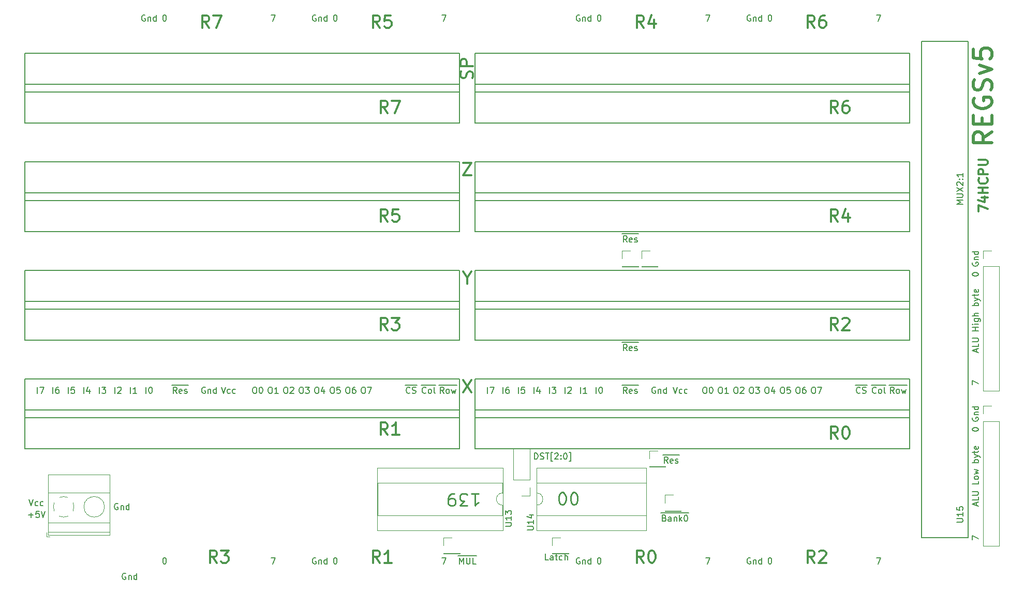
<source format=gbr>
%TF.GenerationSoftware,KiCad,Pcbnew,(5.1.8)-1*%
%TF.CreationDate,2025-01-30T22:59:10+03:00*%
%TF.ProjectId,Regs-v5,52656773-2d76-4352-9e6b-696361645f70,rev?*%
%TF.SameCoordinates,Original*%
%TF.FileFunction,Legend,Top*%
%TF.FilePolarity,Positive*%
%FSLAX46Y46*%
G04 Gerber Fmt 4.6, Leading zero omitted, Abs format (unit mm)*
G04 Created by KiCad (PCBNEW (5.1.8)-1) date 2025-01-30 22:59:10*
%MOMM*%
%LPD*%
G01*
G04 APERTURE LIST*
%ADD10C,0.300000*%
%ADD11C,0.150000*%
%ADD12C,0.250000*%
%ADD13C,0.500000*%
%ADD14C,0.120000*%
G04 APERTURE END LIST*
D10*
X88439523Y-30146428D02*
X88534761Y-29860714D01*
X88534761Y-29384523D01*
X88439523Y-29194047D01*
X88344285Y-29098809D01*
X88153809Y-29003571D01*
X87963333Y-29003571D01*
X87772857Y-29098809D01*
X87677619Y-29194047D01*
X87582380Y-29384523D01*
X87487142Y-29765476D01*
X87391904Y-29955952D01*
X87296666Y-30051190D01*
X87106190Y-30146428D01*
X86915714Y-30146428D01*
X86725238Y-30051190D01*
X86630000Y-29955952D01*
X86534761Y-29765476D01*
X86534761Y-29289285D01*
X86630000Y-29003571D01*
X88534761Y-28146428D02*
X86534761Y-28146428D01*
X86534761Y-27384523D01*
X86630000Y-27194047D01*
X86725238Y-27098809D01*
X86915714Y-27003571D01*
X87201428Y-27003571D01*
X87391904Y-27098809D01*
X87487142Y-27194047D01*
X87582380Y-27384523D01*
X87582380Y-28146428D01*
X86963333Y-43989761D02*
X88296666Y-43989761D01*
X86963333Y-45989761D01*
X88296666Y-45989761D01*
D11*
X34917142Y-19820000D02*
X34821904Y-19772380D01*
X34679047Y-19772380D01*
X34536190Y-19820000D01*
X34440952Y-19915238D01*
X34393333Y-20010476D01*
X34345714Y-20200952D01*
X34345714Y-20343809D01*
X34393333Y-20534285D01*
X34440952Y-20629523D01*
X34536190Y-20724761D01*
X34679047Y-20772380D01*
X34774285Y-20772380D01*
X34917142Y-20724761D01*
X34964761Y-20677142D01*
X34964761Y-20343809D01*
X34774285Y-20343809D01*
X35393333Y-20105714D02*
X35393333Y-20772380D01*
X35393333Y-20200952D02*
X35440952Y-20153333D01*
X35536190Y-20105714D01*
X35679047Y-20105714D01*
X35774285Y-20153333D01*
X35821904Y-20248571D01*
X35821904Y-20772380D01*
X36726666Y-20772380D02*
X36726666Y-19772380D01*
X36726666Y-20724761D02*
X36631428Y-20772380D01*
X36440952Y-20772380D01*
X36345714Y-20724761D01*
X36298095Y-20677142D01*
X36250476Y-20581904D01*
X36250476Y-20296190D01*
X36298095Y-20200952D01*
X36345714Y-20153333D01*
X36440952Y-20105714D01*
X36631428Y-20105714D01*
X36726666Y-20153333D01*
X112966666Y-55600000D02*
X113966666Y-55600000D01*
X113776190Y-56967380D02*
X113442857Y-56491190D01*
X113204761Y-56967380D02*
X113204761Y-55967380D01*
X113585714Y-55967380D01*
X113680952Y-56015000D01*
X113728571Y-56062619D01*
X113776190Y-56157857D01*
X113776190Y-56300714D01*
X113728571Y-56395952D01*
X113680952Y-56443571D01*
X113585714Y-56491190D01*
X113204761Y-56491190D01*
X113966666Y-55600000D02*
X114823809Y-55600000D01*
X114585714Y-56919761D02*
X114490476Y-56967380D01*
X114300000Y-56967380D01*
X114204761Y-56919761D01*
X114157142Y-56824523D01*
X114157142Y-56443571D01*
X114204761Y-56348333D01*
X114300000Y-56300714D01*
X114490476Y-56300714D01*
X114585714Y-56348333D01*
X114633333Y-56443571D01*
X114633333Y-56538809D01*
X114157142Y-56634047D01*
X114823809Y-55600000D02*
X115633333Y-55600000D01*
X115014285Y-56919761D02*
X115109523Y-56967380D01*
X115300000Y-56967380D01*
X115395238Y-56919761D01*
X115442857Y-56824523D01*
X115442857Y-56776904D01*
X115395238Y-56681666D01*
X115300000Y-56634047D01*
X115157142Y-56634047D01*
X115061904Y-56586428D01*
X115014285Y-56491190D01*
X115014285Y-56443571D01*
X115061904Y-56348333D01*
X115157142Y-56300714D01*
X115300000Y-56300714D01*
X115395238Y-56348333D01*
X112966666Y-73380000D02*
X113966666Y-73380000D01*
X113776190Y-74747380D02*
X113442857Y-74271190D01*
X113204761Y-74747380D02*
X113204761Y-73747380D01*
X113585714Y-73747380D01*
X113680952Y-73795000D01*
X113728571Y-73842619D01*
X113776190Y-73937857D01*
X113776190Y-74080714D01*
X113728571Y-74175952D01*
X113680952Y-74223571D01*
X113585714Y-74271190D01*
X113204761Y-74271190D01*
X113966666Y-73380000D02*
X114823809Y-73380000D01*
X114585714Y-74699761D02*
X114490476Y-74747380D01*
X114300000Y-74747380D01*
X114204761Y-74699761D01*
X114157142Y-74604523D01*
X114157142Y-74223571D01*
X114204761Y-74128333D01*
X114300000Y-74080714D01*
X114490476Y-74080714D01*
X114585714Y-74128333D01*
X114633333Y-74223571D01*
X114633333Y-74318809D01*
X114157142Y-74414047D01*
X114823809Y-73380000D02*
X115633333Y-73380000D01*
X115014285Y-74699761D02*
X115109523Y-74747380D01*
X115300000Y-74747380D01*
X115395238Y-74699761D01*
X115442857Y-74604523D01*
X115442857Y-74556904D01*
X115395238Y-74461666D01*
X115300000Y-74414047D01*
X115157142Y-74414047D01*
X115061904Y-74366428D01*
X115014285Y-74271190D01*
X115014285Y-74223571D01*
X115061904Y-74128333D01*
X115157142Y-74080714D01*
X115300000Y-74080714D01*
X115395238Y-74128333D01*
D10*
X116506666Y-109489761D02*
X115840000Y-108537380D01*
X115363809Y-109489761D02*
X115363809Y-107489761D01*
X116125714Y-107489761D01*
X116316190Y-107585000D01*
X116411428Y-107680238D01*
X116506666Y-107870714D01*
X116506666Y-108156428D01*
X116411428Y-108346904D01*
X116316190Y-108442142D01*
X116125714Y-108537380D01*
X115363809Y-108537380D01*
X117744761Y-107489761D02*
X117935238Y-107489761D01*
X118125714Y-107585000D01*
X118220952Y-107680238D01*
X118316190Y-107870714D01*
X118411428Y-108251666D01*
X118411428Y-108727857D01*
X118316190Y-109108809D01*
X118220952Y-109299285D01*
X118125714Y-109394523D01*
X117935238Y-109489761D01*
X117744761Y-109489761D01*
X117554285Y-109394523D01*
X117459047Y-109299285D01*
X117363809Y-109108809D01*
X117268571Y-108727857D01*
X117268571Y-108251666D01*
X117363809Y-107870714D01*
X117459047Y-107680238D01*
X117554285Y-107585000D01*
X117744761Y-107489761D01*
X144446666Y-109489761D02*
X143780000Y-108537380D01*
X143303809Y-109489761D02*
X143303809Y-107489761D01*
X144065714Y-107489761D01*
X144256190Y-107585000D01*
X144351428Y-107680238D01*
X144446666Y-107870714D01*
X144446666Y-108156428D01*
X144351428Y-108346904D01*
X144256190Y-108442142D01*
X144065714Y-108537380D01*
X143303809Y-108537380D01*
X145208571Y-107680238D02*
X145303809Y-107585000D01*
X145494285Y-107489761D01*
X145970476Y-107489761D01*
X146160952Y-107585000D01*
X146256190Y-107680238D01*
X146351428Y-107870714D01*
X146351428Y-108061190D01*
X146256190Y-108346904D01*
X145113333Y-109489761D01*
X146351428Y-109489761D01*
X116506666Y-21859761D02*
X115840000Y-20907380D01*
X115363809Y-21859761D02*
X115363809Y-19859761D01*
X116125714Y-19859761D01*
X116316190Y-19955000D01*
X116411428Y-20050238D01*
X116506666Y-20240714D01*
X116506666Y-20526428D01*
X116411428Y-20716904D01*
X116316190Y-20812142D01*
X116125714Y-20907380D01*
X115363809Y-20907380D01*
X118220952Y-20526428D02*
X118220952Y-21859761D01*
X117744761Y-19764523D02*
X117268571Y-21193095D01*
X118506666Y-21193095D01*
X144446666Y-21859761D02*
X143780000Y-20907380D01*
X143303809Y-21859761D02*
X143303809Y-19859761D01*
X144065714Y-19859761D01*
X144256190Y-19955000D01*
X144351428Y-20050238D01*
X144446666Y-20240714D01*
X144446666Y-20526428D01*
X144351428Y-20716904D01*
X144256190Y-20812142D01*
X144065714Y-20907380D01*
X143303809Y-20907380D01*
X146160952Y-19859761D02*
X145780000Y-19859761D01*
X145589523Y-19955000D01*
X145494285Y-20050238D01*
X145303809Y-20335952D01*
X145208571Y-20716904D01*
X145208571Y-21478809D01*
X145303809Y-21669285D01*
X145399047Y-21764523D01*
X145589523Y-21859761D01*
X145970476Y-21859761D01*
X146160952Y-21764523D01*
X146256190Y-21669285D01*
X146351428Y-21478809D01*
X146351428Y-21002619D01*
X146256190Y-20812142D01*
X146160952Y-20716904D01*
X145970476Y-20621666D01*
X145589523Y-20621666D01*
X145399047Y-20716904D01*
X145303809Y-20812142D01*
X145208571Y-21002619D01*
X45386666Y-21859761D02*
X44720000Y-20907380D01*
X44243809Y-21859761D02*
X44243809Y-19859761D01*
X45005714Y-19859761D01*
X45196190Y-19955000D01*
X45291428Y-20050238D01*
X45386666Y-20240714D01*
X45386666Y-20526428D01*
X45291428Y-20716904D01*
X45196190Y-20812142D01*
X45005714Y-20907380D01*
X44243809Y-20907380D01*
X46053333Y-19859761D02*
X47386666Y-19859761D01*
X46529523Y-21859761D01*
X73326666Y-21859761D02*
X72660000Y-20907380D01*
X72183809Y-21859761D02*
X72183809Y-19859761D01*
X72945714Y-19859761D01*
X73136190Y-19955000D01*
X73231428Y-20050238D01*
X73326666Y-20240714D01*
X73326666Y-20526428D01*
X73231428Y-20716904D01*
X73136190Y-20812142D01*
X72945714Y-20907380D01*
X72183809Y-20907380D01*
X75136190Y-19859761D02*
X74183809Y-19859761D01*
X74088571Y-20812142D01*
X74183809Y-20716904D01*
X74374285Y-20621666D01*
X74850476Y-20621666D01*
X75040952Y-20716904D01*
X75136190Y-20812142D01*
X75231428Y-21002619D01*
X75231428Y-21478809D01*
X75136190Y-21669285D01*
X75040952Y-21764523D01*
X74850476Y-21859761D01*
X74374285Y-21859761D01*
X74183809Y-21764523D01*
X74088571Y-21669285D01*
X46656666Y-109489761D02*
X45990000Y-108537380D01*
X45513809Y-109489761D02*
X45513809Y-107489761D01*
X46275714Y-107489761D01*
X46466190Y-107585000D01*
X46561428Y-107680238D01*
X46656666Y-107870714D01*
X46656666Y-108156428D01*
X46561428Y-108346904D01*
X46466190Y-108442142D01*
X46275714Y-108537380D01*
X45513809Y-108537380D01*
X47323333Y-107489761D02*
X48561428Y-107489761D01*
X47894761Y-108251666D01*
X48180476Y-108251666D01*
X48370952Y-108346904D01*
X48466190Y-108442142D01*
X48561428Y-108632619D01*
X48561428Y-109108809D01*
X48466190Y-109299285D01*
X48370952Y-109394523D01*
X48180476Y-109489761D01*
X47609047Y-109489761D01*
X47418571Y-109394523D01*
X47323333Y-109299285D01*
X73326666Y-109489761D02*
X72660000Y-108537380D01*
X72183809Y-109489761D02*
X72183809Y-107489761D01*
X72945714Y-107489761D01*
X73136190Y-107585000D01*
X73231428Y-107680238D01*
X73326666Y-107870714D01*
X73326666Y-108156428D01*
X73231428Y-108346904D01*
X73136190Y-108442142D01*
X72945714Y-108537380D01*
X72183809Y-108537380D01*
X75231428Y-109489761D02*
X74088571Y-109489761D01*
X74660000Y-109489761D02*
X74660000Y-107489761D01*
X74469523Y-107775476D01*
X74279047Y-107965952D01*
X74088571Y-108061190D01*
D11*
X15859285Y-101671428D02*
X16621190Y-101671428D01*
X16240238Y-102052380D02*
X16240238Y-101290476D01*
X17573571Y-101052380D02*
X17097380Y-101052380D01*
X17049761Y-101528571D01*
X17097380Y-101480952D01*
X17192619Y-101433333D01*
X17430714Y-101433333D01*
X17525952Y-101480952D01*
X17573571Y-101528571D01*
X17621190Y-101623809D01*
X17621190Y-101861904D01*
X17573571Y-101957142D01*
X17525952Y-102004761D01*
X17430714Y-102052380D01*
X17192619Y-102052380D01*
X17097380Y-102004761D01*
X17049761Y-101957142D01*
X17906904Y-101052380D02*
X18240238Y-102052380D01*
X18573571Y-101052380D01*
X47387023Y-80732380D02*
X47720357Y-81732380D01*
X48053690Y-80732380D01*
X48815595Y-81684761D02*
X48720357Y-81732380D01*
X48529880Y-81732380D01*
X48434642Y-81684761D01*
X48387023Y-81637142D01*
X48339404Y-81541904D01*
X48339404Y-81256190D01*
X48387023Y-81160952D01*
X48434642Y-81113333D01*
X48529880Y-81065714D01*
X48720357Y-81065714D01*
X48815595Y-81113333D01*
X49672738Y-81684761D02*
X49577500Y-81732380D01*
X49387023Y-81732380D01*
X49291785Y-81684761D01*
X49244166Y-81637142D01*
X49196547Y-81541904D01*
X49196547Y-81256190D01*
X49244166Y-81160952D01*
X49291785Y-81113333D01*
X49387023Y-81065714D01*
X49577500Y-81065714D01*
X49672738Y-81113333D01*
X44759642Y-80780000D02*
X44664404Y-80732380D01*
X44521547Y-80732380D01*
X44378690Y-80780000D01*
X44283452Y-80875238D01*
X44235833Y-80970476D01*
X44188214Y-81160952D01*
X44188214Y-81303809D01*
X44235833Y-81494285D01*
X44283452Y-81589523D01*
X44378690Y-81684761D01*
X44521547Y-81732380D01*
X44616785Y-81732380D01*
X44759642Y-81684761D01*
X44807261Y-81637142D01*
X44807261Y-81303809D01*
X44616785Y-81303809D01*
X45235833Y-81065714D02*
X45235833Y-81732380D01*
X45235833Y-81160952D02*
X45283452Y-81113333D01*
X45378690Y-81065714D01*
X45521547Y-81065714D01*
X45616785Y-81113333D01*
X45664404Y-81208571D01*
X45664404Y-81732380D01*
X46569166Y-81732380D02*
X46569166Y-80732380D01*
X46569166Y-81684761D02*
X46473928Y-81732380D01*
X46283452Y-81732380D01*
X46188214Y-81684761D01*
X46140595Y-81637142D01*
X46092976Y-81541904D01*
X46092976Y-81256190D01*
X46140595Y-81160952D01*
X46188214Y-81113333D01*
X46283452Y-81065714D01*
X46473928Y-81065714D01*
X46569166Y-81113333D01*
X24923809Y-81732380D02*
X24923809Y-80732380D01*
X25828571Y-81065714D02*
X25828571Y-81732380D01*
X25590476Y-80684761D02*
X25352380Y-81399047D01*
X25971428Y-81399047D01*
X22383809Y-81732380D02*
X22383809Y-80732380D01*
X23336190Y-80732380D02*
X22860000Y-80732380D01*
X22812380Y-81208571D01*
X22860000Y-81160952D01*
X22955238Y-81113333D01*
X23193333Y-81113333D01*
X23288571Y-81160952D01*
X23336190Y-81208571D01*
X23383809Y-81303809D01*
X23383809Y-81541904D01*
X23336190Y-81637142D01*
X23288571Y-81684761D01*
X23193333Y-81732380D01*
X22955238Y-81732380D01*
X22860000Y-81684761D01*
X22812380Y-81637142D01*
X39306666Y-80365000D02*
X40306666Y-80365000D01*
X40116190Y-81732380D02*
X39782857Y-81256190D01*
X39544761Y-81732380D02*
X39544761Y-80732380D01*
X39925714Y-80732380D01*
X40020952Y-80780000D01*
X40068571Y-80827619D01*
X40116190Y-80922857D01*
X40116190Y-81065714D01*
X40068571Y-81160952D01*
X40020952Y-81208571D01*
X39925714Y-81256190D01*
X39544761Y-81256190D01*
X40306666Y-80365000D02*
X41163809Y-80365000D01*
X40925714Y-81684761D02*
X40830476Y-81732380D01*
X40640000Y-81732380D01*
X40544761Y-81684761D01*
X40497142Y-81589523D01*
X40497142Y-81208571D01*
X40544761Y-81113333D01*
X40640000Y-81065714D01*
X40830476Y-81065714D01*
X40925714Y-81113333D01*
X40973333Y-81208571D01*
X40973333Y-81303809D01*
X40497142Y-81399047D01*
X41163809Y-80365000D02*
X41973333Y-80365000D01*
X41354285Y-81684761D02*
X41449523Y-81732380D01*
X41640000Y-81732380D01*
X41735238Y-81684761D01*
X41782857Y-81589523D01*
X41782857Y-81541904D01*
X41735238Y-81446666D01*
X41640000Y-81399047D01*
X41497142Y-81399047D01*
X41401904Y-81351428D01*
X41354285Y-81256190D01*
X41354285Y-81208571D01*
X41401904Y-81113333D01*
X41497142Y-81065714D01*
X41640000Y-81065714D01*
X41735238Y-81113333D01*
X68008571Y-80732380D02*
X68199047Y-80732380D01*
X68294285Y-80780000D01*
X68389523Y-80875238D01*
X68437142Y-81065714D01*
X68437142Y-81399047D01*
X68389523Y-81589523D01*
X68294285Y-81684761D01*
X68199047Y-81732380D01*
X68008571Y-81732380D01*
X67913333Y-81684761D01*
X67818095Y-81589523D01*
X67770476Y-81399047D01*
X67770476Y-81065714D01*
X67818095Y-80875238D01*
X67913333Y-80780000D01*
X68008571Y-80732380D01*
X69294285Y-80732380D02*
X69103809Y-80732380D01*
X69008571Y-80780000D01*
X68960952Y-80827619D01*
X68865714Y-80970476D01*
X68818095Y-81160952D01*
X68818095Y-81541904D01*
X68865714Y-81637142D01*
X68913333Y-81684761D01*
X69008571Y-81732380D01*
X69199047Y-81732380D01*
X69294285Y-81684761D01*
X69341904Y-81637142D01*
X69389523Y-81541904D01*
X69389523Y-81303809D01*
X69341904Y-81208571D01*
X69294285Y-81160952D01*
X69199047Y-81113333D01*
X69008571Y-81113333D01*
X68913333Y-81160952D01*
X68865714Y-81208571D01*
X68818095Y-81303809D01*
X62928571Y-80732380D02*
X63119047Y-80732380D01*
X63214285Y-80780000D01*
X63309523Y-80875238D01*
X63357142Y-81065714D01*
X63357142Y-81399047D01*
X63309523Y-81589523D01*
X63214285Y-81684761D01*
X63119047Y-81732380D01*
X62928571Y-81732380D01*
X62833333Y-81684761D01*
X62738095Y-81589523D01*
X62690476Y-81399047D01*
X62690476Y-81065714D01*
X62738095Y-80875238D01*
X62833333Y-80780000D01*
X62928571Y-80732380D01*
X64214285Y-81065714D02*
X64214285Y-81732380D01*
X63976190Y-80684761D02*
X63738095Y-81399047D01*
X64357142Y-81399047D01*
X35083809Y-81732380D02*
X35083809Y-80732380D01*
X35750476Y-80732380D02*
X35845714Y-80732380D01*
X35940952Y-80780000D01*
X35988571Y-80827619D01*
X36036190Y-80922857D01*
X36083809Y-81113333D01*
X36083809Y-81351428D01*
X36036190Y-81541904D01*
X35988571Y-81637142D01*
X35940952Y-81684761D01*
X35845714Y-81732380D01*
X35750476Y-81732380D01*
X35655238Y-81684761D01*
X35607619Y-81637142D01*
X35560000Y-81541904D01*
X35512380Y-81351428D01*
X35512380Y-81113333D01*
X35560000Y-80922857D01*
X35607619Y-80827619D01*
X35655238Y-80780000D01*
X35750476Y-80732380D01*
X19843809Y-81732380D02*
X19843809Y-80732380D01*
X20748571Y-80732380D02*
X20558095Y-80732380D01*
X20462857Y-80780000D01*
X20415238Y-80827619D01*
X20320000Y-80970476D01*
X20272380Y-81160952D01*
X20272380Y-81541904D01*
X20320000Y-81637142D01*
X20367619Y-81684761D01*
X20462857Y-81732380D01*
X20653333Y-81732380D01*
X20748571Y-81684761D01*
X20796190Y-81637142D01*
X20843809Y-81541904D01*
X20843809Y-81303809D01*
X20796190Y-81208571D01*
X20748571Y-81160952D01*
X20653333Y-81113333D01*
X20462857Y-81113333D01*
X20367619Y-81160952D01*
X20320000Y-81208571D01*
X20272380Y-81303809D01*
X80065714Y-80365000D02*
X81065714Y-80365000D01*
X80875238Y-81637142D02*
X80827619Y-81684761D01*
X80684761Y-81732380D01*
X80589523Y-81732380D01*
X80446666Y-81684761D01*
X80351428Y-81589523D01*
X80303809Y-81494285D01*
X80256190Y-81303809D01*
X80256190Y-81160952D01*
X80303809Y-80970476D01*
X80351428Y-80875238D01*
X80446666Y-80780000D01*
X80589523Y-80732380D01*
X80684761Y-80732380D01*
X80827619Y-80780000D01*
X80875238Y-80827619D01*
X81065714Y-80365000D02*
X81970476Y-80365000D01*
X81446666Y-81732380D02*
X81351428Y-81684761D01*
X81303809Y-81637142D01*
X81256190Y-81541904D01*
X81256190Y-81256190D01*
X81303809Y-81160952D01*
X81351428Y-81113333D01*
X81446666Y-81065714D01*
X81589523Y-81065714D01*
X81684761Y-81113333D01*
X81732380Y-81160952D01*
X81780000Y-81256190D01*
X81780000Y-81541904D01*
X81732380Y-81637142D01*
X81684761Y-81684761D01*
X81589523Y-81732380D01*
X81446666Y-81732380D01*
X81970476Y-80365000D02*
X82494285Y-80365000D01*
X82351428Y-81732380D02*
X82256190Y-81684761D01*
X82208571Y-81589523D01*
X82208571Y-80732380D01*
X70548571Y-80732380D02*
X70739047Y-80732380D01*
X70834285Y-80780000D01*
X70929523Y-80875238D01*
X70977142Y-81065714D01*
X70977142Y-81399047D01*
X70929523Y-81589523D01*
X70834285Y-81684761D01*
X70739047Y-81732380D01*
X70548571Y-81732380D01*
X70453333Y-81684761D01*
X70358095Y-81589523D01*
X70310476Y-81399047D01*
X70310476Y-81065714D01*
X70358095Y-80875238D01*
X70453333Y-80780000D01*
X70548571Y-80732380D01*
X71310476Y-80732380D02*
X71977142Y-80732380D01*
X71548571Y-81732380D01*
X55308571Y-80732380D02*
X55499047Y-80732380D01*
X55594285Y-80780000D01*
X55689523Y-80875238D01*
X55737142Y-81065714D01*
X55737142Y-81399047D01*
X55689523Y-81589523D01*
X55594285Y-81684761D01*
X55499047Y-81732380D01*
X55308571Y-81732380D01*
X55213333Y-81684761D01*
X55118095Y-81589523D01*
X55070476Y-81399047D01*
X55070476Y-81065714D01*
X55118095Y-80875238D01*
X55213333Y-80780000D01*
X55308571Y-80732380D01*
X56689523Y-81732380D02*
X56118095Y-81732380D01*
X56403809Y-81732380D02*
X56403809Y-80732380D01*
X56308571Y-80875238D01*
X56213333Y-80970476D01*
X56118095Y-81018095D01*
X65468571Y-80732380D02*
X65659047Y-80732380D01*
X65754285Y-80780000D01*
X65849523Y-80875238D01*
X65897142Y-81065714D01*
X65897142Y-81399047D01*
X65849523Y-81589523D01*
X65754285Y-81684761D01*
X65659047Y-81732380D01*
X65468571Y-81732380D01*
X65373333Y-81684761D01*
X65278095Y-81589523D01*
X65230476Y-81399047D01*
X65230476Y-81065714D01*
X65278095Y-80875238D01*
X65373333Y-80780000D01*
X65468571Y-80732380D01*
X66801904Y-80732380D02*
X66325714Y-80732380D01*
X66278095Y-81208571D01*
X66325714Y-81160952D01*
X66420952Y-81113333D01*
X66659047Y-81113333D01*
X66754285Y-81160952D01*
X66801904Y-81208571D01*
X66849523Y-81303809D01*
X66849523Y-81541904D01*
X66801904Y-81637142D01*
X66754285Y-81684761D01*
X66659047Y-81732380D01*
X66420952Y-81732380D01*
X66325714Y-81684761D01*
X66278095Y-81637142D01*
X30003809Y-81732380D02*
X30003809Y-80732380D01*
X30432380Y-80827619D02*
X30480000Y-80780000D01*
X30575238Y-80732380D01*
X30813333Y-80732380D01*
X30908571Y-80780000D01*
X30956190Y-80827619D01*
X31003809Y-80922857D01*
X31003809Y-81018095D01*
X30956190Y-81160952D01*
X30384761Y-81732380D01*
X31003809Y-81732380D01*
X57848571Y-80732380D02*
X58039047Y-80732380D01*
X58134285Y-80780000D01*
X58229523Y-80875238D01*
X58277142Y-81065714D01*
X58277142Y-81399047D01*
X58229523Y-81589523D01*
X58134285Y-81684761D01*
X58039047Y-81732380D01*
X57848571Y-81732380D01*
X57753333Y-81684761D01*
X57658095Y-81589523D01*
X57610476Y-81399047D01*
X57610476Y-81065714D01*
X57658095Y-80875238D01*
X57753333Y-80780000D01*
X57848571Y-80732380D01*
X58658095Y-80827619D02*
X58705714Y-80780000D01*
X58800952Y-80732380D01*
X59039047Y-80732380D01*
X59134285Y-80780000D01*
X59181904Y-80827619D01*
X59229523Y-80922857D01*
X59229523Y-81018095D01*
X59181904Y-81160952D01*
X58610476Y-81732380D01*
X59229523Y-81732380D01*
X77446309Y-80365000D02*
X78446309Y-80365000D01*
X78255833Y-81637142D02*
X78208214Y-81684761D01*
X78065357Y-81732380D01*
X77970119Y-81732380D01*
X77827261Y-81684761D01*
X77732023Y-81589523D01*
X77684404Y-81494285D01*
X77636785Y-81303809D01*
X77636785Y-81160952D01*
X77684404Y-80970476D01*
X77732023Y-80875238D01*
X77827261Y-80780000D01*
X77970119Y-80732380D01*
X78065357Y-80732380D01*
X78208214Y-80780000D01*
X78255833Y-80827619D01*
X78446309Y-80365000D02*
X79398690Y-80365000D01*
X78636785Y-81684761D02*
X78779642Y-81732380D01*
X79017738Y-81732380D01*
X79112976Y-81684761D01*
X79160595Y-81637142D01*
X79208214Y-81541904D01*
X79208214Y-81446666D01*
X79160595Y-81351428D01*
X79112976Y-81303809D01*
X79017738Y-81256190D01*
X78827261Y-81208571D01*
X78732023Y-81160952D01*
X78684404Y-81113333D01*
X78636785Y-81018095D01*
X78636785Y-80922857D01*
X78684404Y-80827619D01*
X78732023Y-80780000D01*
X78827261Y-80732380D01*
X79065357Y-80732380D01*
X79208214Y-80780000D01*
X27463809Y-81732380D02*
X27463809Y-80732380D01*
X27844761Y-80732380D02*
X28463809Y-80732380D01*
X28130476Y-81113333D01*
X28273333Y-81113333D01*
X28368571Y-81160952D01*
X28416190Y-81208571D01*
X28463809Y-81303809D01*
X28463809Y-81541904D01*
X28416190Y-81637142D01*
X28368571Y-81684761D01*
X28273333Y-81732380D01*
X27987619Y-81732380D01*
X27892380Y-81684761D01*
X27844761Y-81637142D01*
X82978809Y-80365000D02*
X83978809Y-80365000D01*
X83788333Y-81732380D02*
X83455000Y-81256190D01*
X83216904Y-81732380D02*
X83216904Y-80732380D01*
X83597857Y-80732380D01*
X83693095Y-80780000D01*
X83740714Y-80827619D01*
X83788333Y-80922857D01*
X83788333Y-81065714D01*
X83740714Y-81160952D01*
X83693095Y-81208571D01*
X83597857Y-81256190D01*
X83216904Y-81256190D01*
X83978809Y-80365000D02*
X84883571Y-80365000D01*
X84359761Y-81732380D02*
X84264523Y-81684761D01*
X84216904Y-81637142D01*
X84169285Y-81541904D01*
X84169285Y-81256190D01*
X84216904Y-81160952D01*
X84264523Y-81113333D01*
X84359761Y-81065714D01*
X84502619Y-81065714D01*
X84597857Y-81113333D01*
X84645476Y-81160952D01*
X84693095Y-81256190D01*
X84693095Y-81541904D01*
X84645476Y-81637142D01*
X84597857Y-81684761D01*
X84502619Y-81732380D01*
X84359761Y-81732380D01*
X84883571Y-80365000D02*
X85931190Y-80365000D01*
X85026428Y-81065714D02*
X85216904Y-81732380D01*
X85407380Y-81256190D01*
X85597857Y-81732380D01*
X85788333Y-81065714D01*
X52768571Y-80732380D02*
X52959047Y-80732380D01*
X53054285Y-80780000D01*
X53149523Y-80875238D01*
X53197142Y-81065714D01*
X53197142Y-81399047D01*
X53149523Y-81589523D01*
X53054285Y-81684761D01*
X52959047Y-81732380D01*
X52768571Y-81732380D01*
X52673333Y-81684761D01*
X52578095Y-81589523D01*
X52530476Y-81399047D01*
X52530476Y-81065714D01*
X52578095Y-80875238D01*
X52673333Y-80780000D01*
X52768571Y-80732380D01*
X53816190Y-80732380D02*
X53911428Y-80732380D01*
X54006666Y-80780000D01*
X54054285Y-80827619D01*
X54101904Y-80922857D01*
X54149523Y-81113333D01*
X54149523Y-81351428D01*
X54101904Y-81541904D01*
X54054285Y-81637142D01*
X54006666Y-81684761D01*
X53911428Y-81732380D01*
X53816190Y-81732380D01*
X53720952Y-81684761D01*
X53673333Y-81637142D01*
X53625714Y-81541904D01*
X53578095Y-81351428D01*
X53578095Y-81113333D01*
X53625714Y-80922857D01*
X53673333Y-80827619D01*
X53720952Y-80780000D01*
X53816190Y-80732380D01*
X32543809Y-81732380D02*
X32543809Y-80732380D01*
X33543809Y-81732380D02*
X32972380Y-81732380D01*
X33258095Y-81732380D02*
X33258095Y-80732380D01*
X33162857Y-80875238D01*
X33067619Y-80970476D01*
X32972380Y-81018095D01*
X17303809Y-81732380D02*
X17303809Y-80732380D01*
X17684761Y-80732380D02*
X18351428Y-80732380D01*
X17922857Y-81732380D01*
X60388571Y-80732380D02*
X60579047Y-80732380D01*
X60674285Y-80780000D01*
X60769523Y-80875238D01*
X60817142Y-81065714D01*
X60817142Y-81399047D01*
X60769523Y-81589523D01*
X60674285Y-81684761D01*
X60579047Y-81732380D01*
X60388571Y-81732380D01*
X60293333Y-81684761D01*
X60198095Y-81589523D01*
X60150476Y-81399047D01*
X60150476Y-81065714D01*
X60198095Y-80875238D01*
X60293333Y-80780000D01*
X60388571Y-80732380D01*
X61150476Y-80732380D02*
X61769523Y-80732380D01*
X61436190Y-81113333D01*
X61579047Y-81113333D01*
X61674285Y-81160952D01*
X61721904Y-81208571D01*
X61769523Y-81303809D01*
X61769523Y-81541904D01*
X61721904Y-81637142D01*
X61674285Y-81684761D01*
X61579047Y-81732380D01*
X61293333Y-81732380D01*
X61198095Y-81684761D01*
X61150476Y-81637142D01*
X90963809Y-81732380D02*
X90963809Y-80732380D01*
X91344761Y-80732380D02*
X92011428Y-80732380D01*
X91582857Y-81732380D01*
X93503809Y-81732380D02*
X93503809Y-80732380D01*
X94408571Y-80732380D02*
X94218095Y-80732380D01*
X94122857Y-80780000D01*
X94075238Y-80827619D01*
X93980000Y-80970476D01*
X93932380Y-81160952D01*
X93932380Y-81541904D01*
X93980000Y-81637142D01*
X94027619Y-81684761D01*
X94122857Y-81732380D01*
X94313333Y-81732380D01*
X94408571Y-81684761D01*
X94456190Y-81637142D01*
X94503809Y-81541904D01*
X94503809Y-81303809D01*
X94456190Y-81208571D01*
X94408571Y-81160952D01*
X94313333Y-81113333D01*
X94122857Y-81113333D01*
X94027619Y-81160952D01*
X93980000Y-81208571D01*
X93932380Y-81303809D01*
X96043809Y-81732380D02*
X96043809Y-80732380D01*
X96996190Y-80732380D02*
X96520000Y-80732380D01*
X96472380Y-81208571D01*
X96520000Y-81160952D01*
X96615238Y-81113333D01*
X96853333Y-81113333D01*
X96948571Y-81160952D01*
X96996190Y-81208571D01*
X97043809Y-81303809D01*
X97043809Y-81541904D01*
X96996190Y-81637142D01*
X96948571Y-81684761D01*
X96853333Y-81732380D01*
X96615238Y-81732380D01*
X96520000Y-81684761D01*
X96472380Y-81637142D01*
X98583809Y-81732380D02*
X98583809Y-80732380D01*
X99488571Y-81065714D02*
X99488571Y-81732380D01*
X99250476Y-80684761D02*
X99012380Y-81399047D01*
X99631428Y-81399047D01*
X101123809Y-81732380D02*
X101123809Y-80732380D01*
X101504761Y-80732380D02*
X102123809Y-80732380D01*
X101790476Y-81113333D01*
X101933333Y-81113333D01*
X102028571Y-81160952D01*
X102076190Y-81208571D01*
X102123809Y-81303809D01*
X102123809Y-81541904D01*
X102076190Y-81637142D01*
X102028571Y-81684761D01*
X101933333Y-81732380D01*
X101647619Y-81732380D01*
X101552380Y-81684761D01*
X101504761Y-81637142D01*
X103663809Y-81732380D02*
X103663809Y-80732380D01*
X104092380Y-80827619D02*
X104140000Y-80780000D01*
X104235238Y-80732380D01*
X104473333Y-80732380D01*
X104568571Y-80780000D01*
X104616190Y-80827619D01*
X104663809Y-80922857D01*
X104663809Y-81018095D01*
X104616190Y-81160952D01*
X104044761Y-81732380D01*
X104663809Y-81732380D01*
X106203809Y-81732380D02*
X106203809Y-80732380D01*
X107203809Y-81732380D02*
X106632380Y-81732380D01*
X106918095Y-81732380D02*
X106918095Y-80732380D01*
X106822857Y-80875238D01*
X106727619Y-80970476D01*
X106632380Y-81018095D01*
X108743809Y-81732380D02*
X108743809Y-80732380D01*
X109410476Y-80732380D02*
X109505714Y-80732380D01*
X109600952Y-80780000D01*
X109648571Y-80827619D01*
X109696190Y-80922857D01*
X109743809Y-81113333D01*
X109743809Y-81351428D01*
X109696190Y-81541904D01*
X109648571Y-81637142D01*
X109600952Y-81684761D01*
X109505714Y-81732380D01*
X109410476Y-81732380D01*
X109315238Y-81684761D01*
X109267619Y-81637142D01*
X109220000Y-81541904D01*
X109172380Y-81351428D01*
X109172380Y-81113333D01*
X109220000Y-80922857D01*
X109267619Y-80827619D01*
X109315238Y-80780000D01*
X109410476Y-80732380D01*
X112966666Y-80365000D02*
X113966666Y-80365000D01*
X113776190Y-81732380D02*
X113442857Y-81256190D01*
X113204761Y-81732380D02*
X113204761Y-80732380D01*
X113585714Y-80732380D01*
X113680952Y-80780000D01*
X113728571Y-80827619D01*
X113776190Y-80922857D01*
X113776190Y-81065714D01*
X113728571Y-81160952D01*
X113680952Y-81208571D01*
X113585714Y-81256190D01*
X113204761Y-81256190D01*
X113966666Y-80365000D02*
X114823809Y-80365000D01*
X114585714Y-81684761D02*
X114490476Y-81732380D01*
X114300000Y-81732380D01*
X114204761Y-81684761D01*
X114157142Y-81589523D01*
X114157142Y-81208571D01*
X114204761Y-81113333D01*
X114300000Y-81065714D01*
X114490476Y-81065714D01*
X114585714Y-81113333D01*
X114633333Y-81208571D01*
X114633333Y-81303809D01*
X114157142Y-81399047D01*
X114823809Y-80365000D02*
X115633333Y-80365000D01*
X115014285Y-81684761D02*
X115109523Y-81732380D01*
X115300000Y-81732380D01*
X115395238Y-81684761D01*
X115442857Y-81589523D01*
X115442857Y-81541904D01*
X115395238Y-81446666D01*
X115300000Y-81399047D01*
X115157142Y-81399047D01*
X115061904Y-81351428D01*
X115014285Y-81256190D01*
X115014285Y-81208571D01*
X115061904Y-81113333D01*
X115157142Y-81065714D01*
X115300000Y-81065714D01*
X115395238Y-81113333D01*
X118419642Y-80780000D02*
X118324404Y-80732380D01*
X118181547Y-80732380D01*
X118038690Y-80780000D01*
X117943452Y-80875238D01*
X117895833Y-80970476D01*
X117848214Y-81160952D01*
X117848214Y-81303809D01*
X117895833Y-81494285D01*
X117943452Y-81589523D01*
X118038690Y-81684761D01*
X118181547Y-81732380D01*
X118276785Y-81732380D01*
X118419642Y-81684761D01*
X118467261Y-81637142D01*
X118467261Y-81303809D01*
X118276785Y-81303809D01*
X118895833Y-81065714D02*
X118895833Y-81732380D01*
X118895833Y-81160952D02*
X118943452Y-81113333D01*
X119038690Y-81065714D01*
X119181547Y-81065714D01*
X119276785Y-81113333D01*
X119324404Y-81208571D01*
X119324404Y-81732380D01*
X120229166Y-81732380D02*
X120229166Y-80732380D01*
X120229166Y-81684761D02*
X120133928Y-81732380D01*
X119943452Y-81732380D01*
X119848214Y-81684761D01*
X119800595Y-81637142D01*
X119752976Y-81541904D01*
X119752976Y-81256190D01*
X119800595Y-81160952D01*
X119848214Y-81113333D01*
X119943452Y-81065714D01*
X120133928Y-81065714D01*
X120229166Y-81113333D01*
X121364523Y-80732380D02*
X121697857Y-81732380D01*
X122031190Y-80732380D01*
X122793095Y-81684761D02*
X122697857Y-81732380D01*
X122507380Y-81732380D01*
X122412142Y-81684761D01*
X122364523Y-81637142D01*
X122316904Y-81541904D01*
X122316904Y-81256190D01*
X122364523Y-81160952D01*
X122412142Y-81113333D01*
X122507380Y-81065714D01*
X122697857Y-81065714D01*
X122793095Y-81113333D01*
X123650238Y-81684761D02*
X123555000Y-81732380D01*
X123364523Y-81732380D01*
X123269285Y-81684761D01*
X123221666Y-81637142D01*
X123174047Y-81541904D01*
X123174047Y-81256190D01*
X123221666Y-81160952D01*
X123269285Y-81113333D01*
X123364523Y-81065714D01*
X123555000Y-81065714D01*
X123650238Y-81113333D01*
X136588571Y-80732380D02*
X136779047Y-80732380D01*
X136874285Y-80780000D01*
X136969523Y-80875238D01*
X137017142Y-81065714D01*
X137017142Y-81399047D01*
X136969523Y-81589523D01*
X136874285Y-81684761D01*
X136779047Y-81732380D01*
X136588571Y-81732380D01*
X136493333Y-81684761D01*
X136398095Y-81589523D01*
X136350476Y-81399047D01*
X136350476Y-81065714D01*
X136398095Y-80875238D01*
X136493333Y-80780000D01*
X136588571Y-80732380D01*
X137874285Y-81065714D02*
X137874285Y-81732380D01*
X137636190Y-80684761D02*
X137398095Y-81399047D01*
X138017142Y-81399047D01*
X134048571Y-80732380D02*
X134239047Y-80732380D01*
X134334285Y-80780000D01*
X134429523Y-80875238D01*
X134477142Y-81065714D01*
X134477142Y-81399047D01*
X134429523Y-81589523D01*
X134334285Y-81684761D01*
X134239047Y-81732380D01*
X134048571Y-81732380D01*
X133953333Y-81684761D01*
X133858095Y-81589523D01*
X133810476Y-81399047D01*
X133810476Y-81065714D01*
X133858095Y-80875238D01*
X133953333Y-80780000D01*
X134048571Y-80732380D01*
X134810476Y-80732380D02*
X135429523Y-80732380D01*
X135096190Y-81113333D01*
X135239047Y-81113333D01*
X135334285Y-81160952D01*
X135381904Y-81208571D01*
X135429523Y-81303809D01*
X135429523Y-81541904D01*
X135381904Y-81637142D01*
X135334285Y-81684761D01*
X135239047Y-81732380D01*
X134953333Y-81732380D01*
X134858095Y-81684761D01*
X134810476Y-81637142D01*
X131508571Y-80732380D02*
X131699047Y-80732380D01*
X131794285Y-80780000D01*
X131889523Y-80875238D01*
X131937142Y-81065714D01*
X131937142Y-81399047D01*
X131889523Y-81589523D01*
X131794285Y-81684761D01*
X131699047Y-81732380D01*
X131508571Y-81732380D01*
X131413333Y-81684761D01*
X131318095Y-81589523D01*
X131270476Y-81399047D01*
X131270476Y-81065714D01*
X131318095Y-80875238D01*
X131413333Y-80780000D01*
X131508571Y-80732380D01*
X132318095Y-80827619D02*
X132365714Y-80780000D01*
X132460952Y-80732380D01*
X132699047Y-80732380D01*
X132794285Y-80780000D01*
X132841904Y-80827619D01*
X132889523Y-80922857D01*
X132889523Y-81018095D01*
X132841904Y-81160952D01*
X132270476Y-81732380D01*
X132889523Y-81732380D01*
X128968571Y-80732380D02*
X129159047Y-80732380D01*
X129254285Y-80780000D01*
X129349523Y-80875238D01*
X129397142Y-81065714D01*
X129397142Y-81399047D01*
X129349523Y-81589523D01*
X129254285Y-81684761D01*
X129159047Y-81732380D01*
X128968571Y-81732380D01*
X128873333Y-81684761D01*
X128778095Y-81589523D01*
X128730476Y-81399047D01*
X128730476Y-81065714D01*
X128778095Y-80875238D01*
X128873333Y-80780000D01*
X128968571Y-80732380D01*
X130349523Y-81732380D02*
X129778095Y-81732380D01*
X130063809Y-81732380D02*
X130063809Y-80732380D01*
X129968571Y-80875238D01*
X129873333Y-80970476D01*
X129778095Y-81018095D01*
X126428571Y-80732380D02*
X126619047Y-80732380D01*
X126714285Y-80780000D01*
X126809523Y-80875238D01*
X126857142Y-81065714D01*
X126857142Y-81399047D01*
X126809523Y-81589523D01*
X126714285Y-81684761D01*
X126619047Y-81732380D01*
X126428571Y-81732380D01*
X126333333Y-81684761D01*
X126238095Y-81589523D01*
X126190476Y-81399047D01*
X126190476Y-81065714D01*
X126238095Y-80875238D01*
X126333333Y-80780000D01*
X126428571Y-80732380D01*
X127476190Y-80732380D02*
X127571428Y-80732380D01*
X127666666Y-80780000D01*
X127714285Y-80827619D01*
X127761904Y-80922857D01*
X127809523Y-81113333D01*
X127809523Y-81351428D01*
X127761904Y-81541904D01*
X127714285Y-81637142D01*
X127666666Y-81684761D01*
X127571428Y-81732380D01*
X127476190Y-81732380D01*
X127380952Y-81684761D01*
X127333333Y-81637142D01*
X127285714Y-81541904D01*
X127238095Y-81351428D01*
X127238095Y-81113333D01*
X127285714Y-80922857D01*
X127333333Y-80827619D01*
X127380952Y-80780000D01*
X127476190Y-80732380D01*
X139128571Y-80732380D02*
X139319047Y-80732380D01*
X139414285Y-80780000D01*
X139509523Y-80875238D01*
X139557142Y-81065714D01*
X139557142Y-81399047D01*
X139509523Y-81589523D01*
X139414285Y-81684761D01*
X139319047Y-81732380D01*
X139128571Y-81732380D01*
X139033333Y-81684761D01*
X138938095Y-81589523D01*
X138890476Y-81399047D01*
X138890476Y-81065714D01*
X138938095Y-80875238D01*
X139033333Y-80780000D01*
X139128571Y-80732380D01*
X140461904Y-80732380D02*
X139985714Y-80732380D01*
X139938095Y-81208571D01*
X139985714Y-81160952D01*
X140080952Y-81113333D01*
X140319047Y-81113333D01*
X140414285Y-81160952D01*
X140461904Y-81208571D01*
X140509523Y-81303809D01*
X140509523Y-81541904D01*
X140461904Y-81637142D01*
X140414285Y-81684761D01*
X140319047Y-81732380D01*
X140080952Y-81732380D01*
X139985714Y-81684761D01*
X139938095Y-81637142D01*
X141668571Y-80732380D02*
X141859047Y-80732380D01*
X141954285Y-80780000D01*
X142049523Y-80875238D01*
X142097142Y-81065714D01*
X142097142Y-81399047D01*
X142049523Y-81589523D01*
X141954285Y-81684761D01*
X141859047Y-81732380D01*
X141668571Y-81732380D01*
X141573333Y-81684761D01*
X141478095Y-81589523D01*
X141430476Y-81399047D01*
X141430476Y-81065714D01*
X141478095Y-80875238D01*
X141573333Y-80780000D01*
X141668571Y-80732380D01*
X142954285Y-80732380D02*
X142763809Y-80732380D01*
X142668571Y-80780000D01*
X142620952Y-80827619D01*
X142525714Y-80970476D01*
X142478095Y-81160952D01*
X142478095Y-81541904D01*
X142525714Y-81637142D01*
X142573333Y-81684761D01*
X142668571Y-81732380D01*
X142859047Y-81732380D01*
X142954285Y-81684761D01*
X143001904Y-81637142D01*
X143049523Y-81541904D01*
X143049523Y-81303809D01*
X143001904Y-81208571D01*
X142954285Y-81160952D01*
X142859047Y-81113333D01*
X142668571Y-81113333D01*
X142573333Y-81160952D01*
X142525714Y-81208571D01*
X142478095Y-81303809D01*
X144208571Y-80732380D02*
X144399047Y-80732380D01*
X144494285Y-80780000D01*
X144589523Y-80875238D01*
X144637142Y-81065714D01*
X144637142Y-81399047D01*
X144589523Y-81589523D01*
X144494285Y-81684761D01*
X144399047Y-81732380D01*
X144208571Y-81732380D01*
X144113333Y-81684761D01*
X144018095Y-81589523D01*
X143970476Y-81399047D01*
X143970476Y-81065714D01*
X144018095Y-80875238D01*
X144113333Y-80780000D01*
X144208571Y-80732380D01*
X144970476Y-80732380D02*
X145637142Y-80732380D01*
X145208571Y-81732380D01*
X156638809Y-80365000D02*
X157638809Y-80365000D01*
X157448333Y-81732380D02*
X157115000Y-81256190D01*
X156876904Y-81732380D02*
X156876904Y-80732380D01*
X157257857Y-80732380D01*
X157353095Y-80780000D01*
X157400714Y-80827619D01*
X157448333Y-80922857D01*
X157448333Y-81065714D01*
X157400714Y-81160952D01*
X157353095Y-81208571D01*
X157257857Y-81256190D01*
X156876904Y-81256190D01*
X157638809Y-80365000D02*
X158543571Y-80365000D01*
X158019761Y-81732380D02*
X157924523Y-81684761D01*
X157876904Y-81637142D01*
X157829285Y-81541904D01*
X157829285Y-81256190D01*
X157876904Y-81160952D01*
X157924523Y-81113333D01*
X158019761Y-81065714D01*
X158162619Y-81065714D01*
X158257857Y-81113333D01*
X158305476Y-81160952D01*
X158353095Y-81256190D01*
X158353095Y-81541904D01*
X158305476Y-81637142D01*
X158257857Y-81684761D01*
X158162619Y-81732380D01*
X158019761Y-81732380D01*
X158543571Y-80365000D02*
X159591190Y-80365000D01*
X158686428Y-81065714D02*
X158876904Y-81732380D01*
X159067380Y-81256190D01*
X159257857Y-81732380D01*
X159448333Y-81065714D01*
X153725714Y-80365000D02*
X154725714Y-80365000D01*
X154535238Y-81637142D02*
X154487619Y-81684761D01*
X154344761Y-81732380D01*
X154249523Y-81732380D01*
X154106666Y-81684761D01*
X154011428Y-81589523D01*
X153963809Y-81494285D01*
X153916190Y-81303809D01*
X153916190Y-81160952D01*
X153963809Y-80970476D01*
X154011428Y-80875238D01*
X154106666Y-80780000D01*
X154249523Y-80732380D01*
X154344761Y-80732380D01*
X154487619Y-80780000D01*
X154535238Y-80827619D01*
X154725714Y-80365000D02*
X155630476Y-80365000D01*
X155106666Y-81732380D02*
X155011428Y-81684761D01*
X154963809Y-81637142D01*
X154916190Y-81541904D01*
X154916190Y-81256190D01*
X154963809Y-81160952D01*
X155011428Y-81113333D01*
X155106666Y-81065714D01*
X155249523Y-81065714D01*
X155344761Y-81113333D01*
X155392380Y-81160952D01*
X155440000Y-81256190D01*
X155440000Y-81541904D01*
X155392380Y-81637142D01*
X155344761Y-81684761D01*
X155249523Y-81732380D01*
X155106666Y-81732380D01*
X155630476Y-80365000D02*
X156154285Y-80365000D01*
X156011428Y-81732380D02*
X155916190Y-81684761D01*
X155868571Y-81589523D01*
X155868571Y-80732380D01*
X151106309Y-80365000D02*
X152106309Y-80365000D01*
X151915833Y-81637142D02*
X151868214Y-81684761D01*
X151725357Y-81732380D01*
X151630119Y-81732380D01*
X151487261Y-81684761D01*
X151392023Y-81589523D01*
X151344404Y-81494285D01*
X151296785Y-81303809D01*
X151296785Y-81160952D01*
X151344404Y-80970476D01*
X151392023Y-80875238D01*
X151487261Y-80780000D01*
X151630119Y-80732380D01*
X151725357Y-80732380D01*
X151868214Y-80780000D01*
X151915833Y-80827619D01*
X152106309Y-80365000D02*
X153058690Y-80365000D01*
X152296785Y-81684761D02*
X152439642Y-81732380D01*
X152677738Y-81732380D01*
X152772976Y-81684761D01*
X152820595Y-81637142D01*
X152868214Y-81541904D01*
X152868214Y-81446666D01*
X152820595Y-81351428D01*
X152772976Y-81303809D01*
X152677738Y-81256190D01*
X152487261Y-81208571D01*
X152392023Y-81160952D01*
X152344404Y-81113333D01*
X152296785Y-81018095D01*
X152296785Y-80922857D01*
X152344404Y-80827619D01*
X152392023Y-80780000D01*
X152487261Y-80732380D01*
X152725357Y-80732380D01*
X152868214Y-80780000D01*
X170981666Y-74992857D02*
X170981666Y-74516666D01*
X171267380Y-75088095D02*
X170267380Y-74754761D01*
X171267380Y-74421428D01*
X171267380Y-73611904D02*
X171267380Y-74088095D01*
X170267380Y-74088095D01*
X170267380Y-73278571D02*
X171076904Y-73278571D01*
X171172142Y-73230952D01*
X171219761Y-73183333D01*
X171267380Y-73088095D01*
X171267380Y-72897619D01*
X171219761Y-72802380D01*
X171172142Y-72754761D01*
X171076904Y-72707142D01*
X170267380Y-72707142D01*
X171267380Y-71469047D02*
X170267380Y-71469047D01*
X170743571Y-71469047D02*
X170743571Y-70897619D01*
X171267380Y-70897619D02*
X170267380Y-70897619D01*
X171267380Y-70421428D02*
X170600714Y-70421428D01*
X170267380Y-70421428D02*
X170315000Y-70469047D01*
X170362619Y-70421428D01*
X170315000Y-70373809D01*
X170267380Y-70421428D01*
X170362619Y-70421428D01*
X170600714Y-69516666D02*
X171410238Y-69516666D01*
X171505476Y-69564285D01*
X171553095Y-69611904D01*
X171600714Y-69707142D01*
X171600714Y-69850000D01*
X171553095Y-69945238D01*
X171219761Y-69516666D02*
X171267380Y-69611904D01*
X171267380Y-69802380D01*
X171219761Y-69897619D01*
X171172142Y-69945238D01*
X171076904Y-69992857D01*
X170791190Y-69992857D01*
X170695952Y-69945238D01*
X170648333Y-69897619D01*
X170600714Y-69802380D01*
X170600714Y-69611904D01*
X170648333Y-69516666D01*
X171267380Y-69040476D02*
X170267380Y-69040476D01*
X171267380Y-68611904D02*
X170743571Y-68611904D01*
X170648333Y-68659523D01*
X170600714Y-68754761D01*
X170600714Y-68897619D01*
X170648333Y-68992857D01*
X170695952Y-69040476D01*
X171267380Y-67373809D02*
X170267380Y-67373809D01*
X170648333Y-67373809D02*
X170600714Y-67278571D01*
X170600714Y-67088095D01*
X170648333Y-66992857D01*
X170695952Y-66945238D01*
X170791190Y-66897619D01*
X171076904Y-66897619D01*
X171172142Y-66945238D01*
X171219761Y-66992857D01*
X171267380Y-67088095D01*
X171267380Y-67278571D01*
X171219761Y-67373809D01*
X170600714Y-66564285D02*
X171267380Y-66326190D01*
X170600714Y-66088095D02*
X171267380Y-66326190D01*
X171505476Y-66421428D01*
X171553095Y-66469047D01*
X171600714Y-66564285D01*
X170600714Y-65850000D02*
X170600714Y-65469047D01*
X170267380Y-65707142D02*
X171124523Y-65707142D01*
X171219761Y-65659523D01*
X171267380Y-65564285D01*
X171267380Y-65469047D01*
X171219761Y-64754761D02*
X171267380Y-64850000D01*
X171267380Y-65040476D01*
X171219761Y-65135714D01*
X171124523Y-65183333D01*
X170743571Y-65183333D01*
X170648333Y-65135714D01*
X170600714Y-65040476D01*
X170600714Y-64850000D01*
X170648333Y-64754761D01*
X170743571Y-64707142D01*
X170838809Y-64707142D01*
X170934047Y-65183333D01*
X170981666Y-100107142D02*
X170981666Y-99630952D01*
X171267380Y-100202380D02*
X170267380Y-99869047D01*
X171267380Y-99535714D01*
X171267380Y-98726190D02*
X171267380Y-99202380D01*
X170267380Y-99202380D01*
X170267380Y-98392857D02*
X171076904Y-98392857D01*
X171172142Y-98345238D01*
X171219761Y-98297619D01*
X171267380Y-98202380D01*
X171267380Y-98011904D01*
X171219761Y-97916666D01*
X171172142Y-97869047D01*
X171076904Y-97821428D01*
X170267380Y-97821428D01*
X171267380Y-96107142D02*
X171267380Y-96583333D01*
X170267380Y-96583333D01*
X171267380Y-95630952D02*
X171219761Y-95726190D01*
X171172142Y-95773809D01*
X171076904Y-95821428D01*
X170791190Y-95821428D01*
X170695952Y-95773809D01*
X170648333Y-95726190D01*
X170600714Y-95630952D01*
X170600714Y-95488095D01*
X170648333Y-95392857D01*
X170695952Y-95345238D01*
X170791190Y-95297619D01*
X171076904Y-95297619D01*
X171172142Y-95345238D01*
X171219761Y-95392857D01*
X171267380Y-95488095D01*
X171267380Y-95630952D01*
X170600714Y-94964285D02*
X171267380Y-94773809D01*
X170791190Y-94583333D01*
X171267380Y-94392857D01*
X170600714Y-94202380D01*
X171267380Y-93059523D02*
X170267380Y-93059523D01*
X170648333Y-93059523D02*
X170600714Y-92964285D01*
X170600714Y-92773809D01*
X170648333Y-92678571D01*
X170695952Y-92630952D01*
X170791190Y-92583333D01*
X171076904Y-92583333D01*
X171172142Y-92630952D01*
X171219761Y-92678571D01*
X171267380Y-92773809D01*
X171267380Y-92964285D01*
X171219761Y-93059523D01*
X170600714Y-92250000D02*
X171267380Y-92011904D01*
X170600714Y-91773809D02*
X171267380Y-92011904D01*
X171505476Y-92107142D01*
X171553095Y-92154761D01*
X171600714Y-92250000D01*
X170600714Y-91535714D02*
X170600714Y-91154761D01*
X170267380Y-91392857D02*
X171124523Y-91392857D01*
X171219761Y-91345238D01*
X171267380Y-91250000D01*
X171267380Y-91154761D01*
X171219761Y-90440476D02*
X171267380Y-90535714D01*
X171267380Y-90726190D01*
X171219761Y-90821428D01*
X171124523Y-90869047D01*
X170743571Y-90869047D01*
X170648333Y-90821428D01*
X170600714Y-90726190D01*
X170600714Y-90535714D01*
X170648333Y-90440476D01*
X170743571Y-90392857D01*
X170838809Y-90392857D01*
X170934047Y-90869047D01*
X168727380Y-50783809D02*
X167727380Y-50783809D01*
X168441666Y-50450476D01*
X167727380Y-50117142D01*
X168727380Y-50117142D01*
X167727380Y-49640952D02*
X168536904Y-49640952D01*
X168632142Y-49593333D01*
X168679761Y-49545714D01*
X168727380Y-49450476D01*
X168727380Y-49260000D01*
X168679761Y-49164761D01*
X168632142Y-49117142D01*
X168536904Y-49069523D01*
X167727380Y-49069523D01*
X167727380Y-48688571D02*
X168727380Y-48021904D01*
X167727380Y-48021904D02*
X168727380Y-48688571D01*
X167822619Y-47688571D02*
X167775000Y-47640952D01*
X167727380Y-47545714D01*
X167727380Y-47307619D01*
X167775000Y-47212380D01*
X167822619Y-47164761D01*
X167917857Y-47117142D01*
X168013095Y-47117142D01*
X168155952Y-47164761D01*
X168727380Y-47736190D01*
X168727380Y-47117142D01*
X168632142Y-46688571D02*
X168679761Y-46640952D01*
X168727380Y-46688571D01*
X168679761Y-46736190D01*
X168632142Y-46688571D01*
X168727380Y-46688571D01*
X168108333Y-46688571D02*
X168155952Y-46640952D01*
X168203571Y-46688571D01*
X168155952Y-46736190D01*
X168108333Y-46688571D01*
X168203571Y-46688571D01*
X168727380Y-45688571D02*
X168727380Y-46260000D01*
X168727380Y-45974285D02*
X167727380Y-45974285D01*
X167870238Y-46069523D01*
X167965476Y-46164761D01*
X168013095Y-46260000D01*
X170315000Y-60332857D02*
X170267380Y-60428095D01*
X170267380Y-60570952D01*
X170315000Y-60713809D01*
X170410238Y-60809047D01*
X170505476Y-60856666D01*
X170695952Y-60904285D01*
X170838809Y-60904285D01*
X171029285Y-60856666D01*
X171124523Y-60809047D01*
X171219761Y-60713809D01*
X171267380Y-60570952D01*
X171267380Y-60475714D01*
X171219761Y-60332857D01*
X171172142Y-60285238D01*
X170838809Y-60285238D01*
X170838809Y-60475714D01*
X170600714Y-59856666D02*
X171267380Y-59856666D01*
X170695952Y-59856666D02*
X170648333Y-59809047D01*
X170600714Y-59713809D01*
X170600714Y-59570952D01*
X170648333Y-59475714D01*
X170743571Y-59428095D01*
X171267380Y-59428095D01*
X171267380Y-58523333D02*
X170267380Y-58523333D01*
X171219761Y-58523333D02*
X171267380Y-58618571D01*
X171267380Y-58809047D01*
X171219761Y-58904285D01*
X171172142Y-58951904D01*
X171076904Y-58999523D01*
X170791190Y-58999523D01*
X170695952Y-58951904D01*
X170648333Y-58904285D01*
X170600714Y-58809047D01*
X170600714Y-58618571D01*
X170648333Y-58523333D01*
X170267380Y-80343333D02*
X170267380Y-79676666D01*
X171267380Y-80105238D01*
X170267380Y-62277619D02*
X170267380Y-62182380D01*
X170315000Y-62087142D01*
X170362619Y-62039523D01*
X170457857Y-61991904D01*
X170648333Y-61944285D01*
X170886428Y-61944285D01*
X171076904Y-61991904D01*
X171172142Y-62039523D01*
X171219761Y-62087142D01*
X171267380Y-62182380D01*
X171267380Y-62277619D01*
X171219761Y-62372857D01*
X171172142Y-62420476D01*
X171076904Y-62468095D01*
X170886428Y-62515714D01*
X170648333Y-62515714D01*
X170457857Y-62468095D01*
X170362619Y-62420476D01*
X170315000Y-62372857D01*
X170267380Y-62277619D01*
X170267380Y-105743333D02*
X170267380Y-105076666D01*
X171267380Y-105505238D01*
X170267380Y-87677619D02*
X170267380Y-87582380D01*
X170315000Y-87487142D01*
X170362619Y-87439523D01*
X170457857Y-87391904D01*
X170648333Y-87344285D01*
X170886428Y-87344285D01*
X171076904Y-87391904D01*
X171172142Y-87439523D01*
X171219761Y-87487142D01*
X171267380Y-87582380D01*
X171267380Y-87677619D01*
X171219761Y-87772857D01*
X171172142Y-87820476D01*
X171076904Y-87868095D01*
X170886428Y-87915714D01*
X170648333Y-87915714D01*
X170457857Y-87868095D01*
X170362619Y-87820476D01*
X170315000Y-87772857D01*
X170267380Y-87677619D01*
X170315000Y-85732857D02*
X170267380Y-85828095D01*
X170267380Y-85970952D01*
X170315000Y-86113809D01*
X170410238Y-86209047D01*
X170505476Y-86256666D01*
X170695952Y-86304285D01*
X170838809Y-86304285D01*
X171029285Y-86256666D01*
X171124523Y-86209047D01*
X171219761Y-86113809D01*
X171267380Y-85970952D01*
X171267380Y-85875714D01*
X171219761Y-85732857D01*
X171172142Y-85685238D01*
X170838809Y-85685238D01*
X170838809Y-85875714D01*
X170600714Y-85256666D02*
X171267380Y-85256666D01*
X170695952Y-85256666D02*
X170648333Y-85209047D01*
X170600714Y-85113809D01*
X170600714Y-84970952D01*
X170648333Y-84875714D01*
X170743571Y-84828095D01*
X171267380Y-84828095D01*
X171267380Y-83923333D02*
X170267380Y-83923333D01*
X171219761Y-83923333D02*
X171267380Y-84018571D01*
X171267380Y-84209047D01*
X171219761Y-84304285D01*
X171172142Y-84351904D01*
X171076904Y-84399523D01*
X170791190Y-84399523D01*
X170695952Y-84351904D01*
X170648333Y-84304285D01*
X170600714Y-84209047D01*
X170600714Y-84018571D01*
X170648333Y-83923333D01*
D10*
X86963333Y-79549761D02*
X88296666Y-81549761D01*
X88296666Y-79549761D02*
X86963333Y-81549761D01*
X87630000Y-62817380D02*
X87630000Y-63769761D01*
X86963333Y-61769761D02*
X87630000Y-62817380D01*
X88296666Y-61769761D01*
D11*
X31742142Y-111260000D02*
X31646904Y-111212380D01*
X31504047Y-111212380D01*
X31361190Y-111260000D01*
X31265952Y-111355238D01*
X31218333Y-111450476D01*
X31170714Y-111640952D01*
X31170714Y-111783809D01*
X31218333Y-111974285D01*
X31265952Y-112069523D01*
X31361190Y-112164761D01*
X31504047Y-112212380D01*
X31599285Y-112212380D01*
X31742142Y-112164761D01*
X31789761Y-112117142D01*
X31789761Y-111783809D01*
X31599285Y-111783809D01*
X32218333Y-111545714D02*
X32218333Y-112212380D01*
X32218333Y-111640952D02*
X32265952Y-111593333D01*
X32361190Y-111545714D01*
X32504047Y-111545714D01*
X32599285Y-111593333D01*
X32646904Y-111688571D01*
X32646904Y-112212380D01*
X33551666Y-112212380D02*
X33551666Y-111212380D01*
X33551666Y-112164761D02*
X33456428Y-112212380D01*
X33265952Y-112212380D01*
X33170714Y-112164761D01*
X33123095Y-112117142D01*
X33075476Y-112021904D01*
X33075476Y-111736190D01*
X33123095Y-111640952D01*
X33170714Y-111593333D01*
X33265952Y-111545714D01*
X33456428Y-111545714D01*
X33551666Y-111593333D01*
X55546666Y-108672380D02*
X56213333Y-108672380D01*
X55784761Y-109672380D01*
X38052380Y-108672380D02*
X38147619Y-108672380D01*
X38242857Y-108720000D01*
X38290476Y-108767619D01*
X38338095Y-108862857D01*
X38385714Y-109053333D01*
X38385714Y-109291428D01*
X38338095Y-109481904D01*
X38290476Y-109577142D01*
X38242857Y-109624761D01*
X38147619Y-109672380D01*
X38052380Y-109672380D01*
X37957142Y-109624761D01*
X37909523Y-109577142D01*
X37861904Y-109481904D01*
X37814285Y-109291428D01*
X37814285Y-109053333D01*
X37861904Y-108862857D01*
X37909523Y-108767619D01*
X37957142Y-108720000D01*
X38052380Y-108672380D01*
X62857142Y-108720000D02*
X62761904Y-108672380D01*
X62619047Y-108672380D01*
X62476190Y-108720000D01*
X62380952Y-108815238D01*
X62333333Y-108910476D01*
X62285714Y-109100952D01*
X62285714Y-109243809D01*
X62333333Y-109434285D01*
X62380952Y-109529523D01*
X62476190Y-109624761D01*
X62619047Y-109672380D01*
X62714285Y-109672380D01*
X62857142Y-109624761D01*
X62904761Y-109577142D01*
X62904761Y-109243809D01*
X62714285Y-109243809D01*
X63333333Y-109005714D02*
X63333333Y-109672380D01*
X63333333Y-109100952D02*
X63380952Y-109053333D01*
X63476190Y-109005714D01*
X63619047Y-109005714D01*
X63714285Y-109053333D01*
X63761904Y-109148571D01*
X63761904Y-109672380D01*
X64666666Y-109672380D02*
X64666666Y-108672380D01*
X64666666Y-109624761D02*
X64571428Y-109672380D01*
X64380952Y-109672380D01*
X64285714Y-109624761D01*
X64238095Y-109577142D01*
X64190476Y-109481904D01*
X64190476Y-109196190D01*
X64238095Y-109100952D01*
X64285714Y-109053333D01*
X64380952Y-109005714D01*
X64571428Y-109005714D01*
X64666666Y-109053333D01*
X83486666Y-108672380D02*
X84153333Y-108672380D01*
X83724761Y-109672380D01*
X65992380Y-108672380D02*
X66087619Y-108672380D01*
X66182857Y-108720000D01*
X66230476Y-108767619D01*
X66278095Y-108862857D01*
X66325714Y-109053333D01*
X66325714Y-109291428D01*
X66278095Y-109481904D01*
X66230476Y-109577142D01*
X66182857Y-109624761D01*
X66087619Y-109672380D01*
X65992380Y-109672380D01*
X65897142Y-109624761D01*
X65849523Y-109577142D01*
X65801904Y-109481904D01*
X65754285Y-109291428D01*
X65754285Y-109053333D01*
X65801904Y-108862857D01*
X65849523Y-108767619D01*
X65897142Y-108720000D01*
X65992380Y-108672380D01*
X83486666Y-19772380D02*
X84153333Y-19772380D01*
X83724761Y-20772380D01*
X65992380Y-19772380D02*
X66087619Y-19772380D01*
X66182857Y-19820000D01*
X66230476Y-19867619D01*
X66278095Y-19962857D01*
X66325714Y-20153333D01*
X66325714Y-20391428D01*
X66278095Y-20581904D01*
X66230476Y-20677142D01*
X66182857Y-20724761D01*
X66087619Y-20772380D01*
X65992380Y-20772380D01*
X65897142Y-20724761D01*
X65849523Y-20677142D01*
X65801904Y-20581904D01*
X65754285Y-20391428D01*
X65754285Y-20153333D01*
X65801904Y-19962857D01*
X65849523Y-19867619D01*
X65897142Y-19820000D01*
X65992380Y-19772380D01*
X62857142Y-19820000D02*
X62761904Y-19772380D01*
X62619047Y-19772380D01*
X62476190Y-19820000D01*
X62380952Y-19915238D01*
X62333333Y-20010476D01*
X62285714Y-20200952D01*
X62285714Y-20343809D01*
X62333333Y-20534285D01*
X62380952Y-20629523D01*
X62476190Y-20724761D01*
X62619047Y-20772380D01*
X62714285Y-20772380D01*
X62857142Y-20724761D01*
X62904761Y-20677142D01*
X62904761Y-20343809D01*
X62714285Y-20343809D01*
X63333333Y-20105714D02*
X63333333Y-20772380D01*
X63333333Y-20200952D02*
X63380952Y-20153333D01*
X63476190Y-20105714D01*
X63619047Y-20105714D01*
X63714285Y-20153333D01*
X63761904Y-20248571D01*
X63761904Y-20772380D01*
X64666666Y-20772380D02*
X64666666Y-19772380D01*
X64666666Y-20724761D02*
X64571428Y-20772380D01*
X64380952Y-20772380D01*
X64285714Y-20724761D01*
X64238095Y-20677142D01*
X64190476Y-20581904D01*
X64190476Y-20296190D01*
X64238095Y-20200952D01*
X64285714Y-20153333D01*
X64380952Y-20105714D01*
X64571428Y-20105714D01*
X64666666Y-20153333D01*
X55546666Y-19772380D02*
X56213333Y-19772380D01*
X55784761Y-20772380D01*
X38052380Y-19772380D02*
X38147619Y-19772380D01*
X38242857Y-19820000D01*
X38290476Y-19867619D01*
X38338095Y-19962857D01*
X38385714Y-20153333D01*
X38385714Y-20391428D01*
X38338095Y-20581904D01*
X38290476Y-20677142D01*
X38242857Y-20724761D01*
X38147619Y-20772380D01*
X38052380Y-20772380D01*
X37957142Y-20724761D01*
X37909523Y-20677142D01*
X37861904Y-20581904D01*
X37814285Y-20391428D01*
X37814285Y-20153333D01*
X37861904Y-19962857D01*
X37909523Y-19867619D01*
X37957142Y-19820000D01*
X38052380Y-19772380D01*
X133977142Y-19820000D02*
X133881904Y-19772380D01*
X133739047Y-19772380D01*
X133596190Y-19820000D01*
X133500952Y-19915238D01*
X133453333Y-20010476D01*
X133405714Y-20200952D01*
X133405714Y-20343809D01*
X133453333Y-20534285D01*
X133500952Y-20629523D01*
X133596190Y-20724761D01*
X133739047Y-20772380D01*
X133834285Y-20772380D01*
X133977142Y-20724761D01*
X134024761Y-20677142D01*
X134024761Y-20343809D01*
X133834285Y-20343809D01*
X134453333Y-20105714D02*
X134453333Y-20772380D01*
X134453333Y-20200952D02*
X134500952Y-20153333D01*
X134596190Y-20105714D01*
X134739047Y-20105714D01*
X134834285Y-20153333D01*
X134881904Y-20248571D01*
X134881904Y-20772380D01*
X135786666Y-20772380D02*
X135786666Y-19772380D01*
X135786666Y-20724761D02*
X135691428Y-20772380D01*
X135500952Y-20772380D01*
X135405714Y-20724761D01*
X135358095Y-20677142D01*
X135310476Y-20581904D01*
X135310476Y-20296190D01*
X135358095Y-20200952D01*
X135405714Y-20153333D01*
X135500952Y-20105714D01*
X135691428Y-20105714D01*
X135786666Y-20153333D01*
X154606666Y-19772380D02*
X155273333Y-19772380D01*
X154844761Y-20772380D01*
X137112380Y-19772380D02*
X137207619Y-19772380D01*
X137302857Y-19820000D01*
X137350476Y-19867619D01*
X137398095Y-19962857D01*
X137445714Y-20153333D01*
X137445714Y-20391428D01*
X137398095Y-20581904D01*
X137350476Y-20677142D01*
X137302857Y-20724761D01*
X137207619Y-20772380D01*
X137112380Y-20772380D01*
X137017142Y-20724761D01*
X136969523Y-20677142D01*
X136921904Y-20581904D01*
X136874285Y-20391428D01*
X136874285Y-20153333D01*
X136921904Y-19962857D01*
X136969523Y-19867619D01*
X137017142Y-19820000D01*
X137112380Y-19772380D01*
X106037142Y-19820000D02*
X105941904Y-19772380D01*
X105799047Y-19772380D01*
X105656190Y-19820000D01*
X105560952Y-19915238D01*
X105513333Y-20010476D01*
X105465714Y-20200952D01*
X105465714Y-20343809D01*
X105513333Y-20534285D01*
X105560952Y-20629523D01*
X105656190Y-20724761D01*
X105799047Y-20772380D01*
X105894285Y-20772380D01*
X106037142Y-20724761D01*
X106084761Y-20677142D01*
X106084761Y-20343809D01*
X105894285Y-20343809D01*
X106513333Y-20105714D02*
X106513333Y-20772380D01*
X106513333Y-20200952D02*
X106560952Y-20153333D01*
X106656190Y-20105714D01*
X106799047Y-20105714D01*
X106894285Y-20153333D01*
X106941904Y-20248571D01*
X106941904Y-20772380D01*
X107846666Y-20772380D02*
X107846666Y-19772380D01*
X107846666Y-20724761D02*
X107751428Y-20772380D01*
X107560952Y-20772380D01*
X107465714Y-20724761D01*
X107418095Y-20677142D01*
X107370476Y-20581904D01*
X107370476Y-20296190D01*
X107418095Y-20200952D01*
X107465714Y-20153333D01*
X107560952Y-20105714D01*
X107751428Y-20105714D01*
X107846666Y-20153333D01*
X126666666Y-19772380D02*
X127333333Y-19772380D01*
X126904761Y-20772380D01*
X109172380Y-19772380D02*
X109267619Y-19772380D01*
X109362857Y-19820000D01*
X109410476Y-19867619D01*
X109458095Y-19962857D01*
X109505714Y-20153333D01*
X109505714Y-20391428D01*
X109458095Y-20581904D01*
X109410476Y-20677142D01*
X109362857Y-20724761D01*
X109267619Y-20772380D01*
X109172380Y-20772380D01*
X109077142Y-20724761D01*
X109029523Y-20677142D01*
X108981904Y-20581904D01*
X108934285Y-20391428D01*
X108934285Y-20153333D01*
X108981904Y-19962857D01*
X109029523Y-19867619D01*
X109077142Y-19820000D01*
X109172380Y-19772380D01*
X106037142Y-108720000D02*
X105941904Y-108672380D01*
X105799047Y-108672380D01*
X105656190Y-108720000D01*
X105560952Y-108815238D01*
X105513333Y-108910476D01*
X105465714Y-109100952D01*
X105465714Y-109243809D01*
X105513333Y-109434285D01*
X105560952Y-109529523D01*
X105656190Y-109624761D01*
X105799047Y-109672380D01*
X105894285Y-109672380D01*
X106037142Y-109624761D01*
X106084761Y-109577142D01*
X106084761Y-109243809D01*
X105894285Y-109243809D01*
X106513333Y-109005714D02*
X106513333Y-109672380D01*
X106513333Y-109100952D02*
X106560952Y-109053333D01*
X106656190Y-109005714D01*
X106799047Y-109005714D01*
X106894285Y-109053333D01*
X106941904Y-109148571D01*
X106941904Y-109672380D01*
X107846666Y-109672380D02*
X107846666Y-108672380D01*
X107846666Y-109624761D02*
X107751428Y-109672380D01*
X107560952Y-109672380D01*
X107465714Y-109624761D01*
X107418095Y-109577142D01*
X107370476Y-109481904D01*
X107370476Y-109196190D01*
X107418095Y-109100952D01*
X107465714Y-109053333D01*
X107560952Y-109005714D01*
X107751428Y-109005714D01*
X107846666Y-109053333D01*
X126666666Y-108672380D02*
X127333333Y-108672380D01*
X126904761Y-109672380D01*
X109172380Y-108672380D02*
X109267619Y-108672380D01*
X109362857Y-108720000D01*
X109410476Y-108767619D01*
X109458095Y-108862857D01*
X109505714Y-109053333D01*
X109505714Y-109291428D01*
X109458095Y-109481904D01*
X109410476Y-109577142D01*
X109362857Y-109624761D01*
X109267619Y-109672380D01*
X109172380Y-109672380D01*
X109077142Y-109624761D01*
X109029523Y-109577142D01*
X108981904Y-109481904D01*
X108934285Y-109291428D01*
X108934285Y-109053333D01*
X108981904Y-108862857D01*
X109029523Y-108767619D01*
X109077142Y-108720000D01*
X109172380Y-108672380D01*
X133977142Y-108720000D02*
X133881904Y-108672380D01*
X133739047Y-108672380D01*
X133596190Y-108720000D01*
X133500952Y-108815238D01*
X133453333Y-108910476D01*
X133405714Y-109100952D01*
X133405714Y-109243809D01*
X133453333Y-109434285D01*
X133500952Y-109529523D01*
X133596190Y-109624761D01*
X133739047Y-109672380D01*
X133834285Y-109672380D01*
X133977142Y-109624761D01*
X134024761Y-109577142D01*
X134024761Y-109243809D01*
X133834285Y-109243809D01*
X134453333Y-109005714D02*
X134453333Y-109672380D01*
X134453333Y-109100952D02*
X134500952Y-109053333D01*
X134596190Y-109005714D01*
X134739047Y-109005714D01*
X134834285Y-109053333D01*
X134881904Y-109148571D01*
X134881904Y-109672380D01*
X135786666Y-109672380D02*
X135786666Y-108672380D01*
X135786666Y-109624761D02*
X135691428Y-109672380D01*
X135500952Y-109672380D01*
X135405714Y-109624761D01*
X135358095Y-109577142D01*
X135310476Y-109481904D01*
X135310476Y-109196190D01*
X135358095Y-109100952D01*
X135405714Y-109053333D01*
X135500952Y-109005714D01*
X135691428Y-109005714D01*
X135786666Y-109053333D01*
X154606666Y-108672380D02*
X155273333Y-108672380D01*
X154844761Y-109672380D01*
X137112380Y-108672380D02*
X137207619Y-108672380D01*
X137302857Y-108720000D01*
X137350476Y-108767619D01*
X137398095Y-108862857D01*
X137445714Y-109053333D01*
X137445714Y-109291428D01*
X137398095Y-109481904D01*
X137350476Y-109577142D01*
X137302857Y-109624761D01*
X137207619Y-109672380D01*
X137112380Y-109672380D01*
X137017142Y-109624761D01*
X136969523Y-109577142D01*
X136921904Y-109481904D01*
X136874285Y-109291428D01*
X136874285Y-109053333D01*
X136921904Y-108862857D01*
X136969523Y-108767619D01*
X137017142Y-108720000D01*
X137112380Y-108672380D01*
X119634166Y-91795000D02*
X120634166Y-91795000D01*
X120443690Y-93162380D02*
X120110357Y-92686190D01*
X119872261Y-93162380D02*
X119872261Y-92162380D01*
X120253214Y-92162380D01*
X120348452Y-92210000D01*
X120396071Y-92257619D01*
X120443690Y-92352857D01*
X120443690Y-92495714D01*
X120396071Y-92590952D01*
X120348452Y-92638571D01*
X120253214Y-92686190D01*
X119872261Y-92686190D01*
X120634166Y-91795000D02*
X121491309Y-91795000D01*
X121253214Y-93114761D02*
X121157976Y-93162380D01*
X120967500Y-93162380D01*
X120872261Y-93114761D01*
X120824642Y-93019523D01*
X120824642Y-92638571D01*
X120872261Y-92543333D01*
X120967500Y-92495714D01*
X121157976Y-92495714D01*
X121253214Y-92543333D01*
X121300833Y-92638571D01*
X121300833Y-92733809D01*
X120824642Y-92829047D01*
X121491309Y-91795000D02*
X122300833Y-91795000D01*
X121681785Y-93114761D02*
X121777023Y-93162380D01*
X121967500Y-93162380D01*
X122062738Y-93114761D01*
X122110357Y-93019523D01*
X122110357Y-92971904D01*
X122062738Y-92876666D01*
X121967500Y-92829047D01*
X121824642Y-92829047D01*
X121729404Y-92781428D01*
X121681785Y-92686190D01*
X121681785Y-92638571D01*
X121729404Y-92543333D01*
X121824642Y-92495714D01*
X121967500Y-92495714D01*
X122062738Y-92543333D01*
X100925476Y-109037380D02*
X100449285Y-109037380D01*
X100449285Y-108037380D01*
X101687380Y-109037380D02*
X101687380Y-108513571D01*
X101639761Y-108418333D01*
X101544523Y-108370714D01*
X101354047Y-108370714D01*
X101258809Y-108418333D01*
X101687380Y-108989761D02*
X101592142Y-109037380D01*
X101354047Y-109037380D01*
X101258809Y-108989761D01*
X101211190Y-108894523D01*
X101211190Y-108799285D01*
X101258809Y-108704047D01*
X101354047Y-108656428D01*
X101592142Y-108656428D01*
X101687380Y-108608809D01*
X102020714Y-108370714D02*
X102401666Y-108370714D01*
X102163571Y-108037380D02*
X102163571Y-108894523D01*
X102211190Y-108989761D01*
X102306428Y-109037380D01*
X102401666Y-109037380D01*
X103163571Y-108989761D02*
X103068333Y-109037380D01*
X102877857Y-109037380D01*
X102782619Y-108989761D01*
X102735000Y-108942142D01*
X102687380Y-108846904D01*
X102687380Y-108561190D01*
X102735000Y-108465952D01*
X102782619Y-108418333D01*
X102877857Y-108370714D01*
X103068333Y-108370714D01*
X103163571Y-108418333D01*
X103592142Y-109037380D02*
X103592142Y-108037380D01*
X104020714Y-109037380D02*
X104020714Y-108513571D01*
X103973095Y-108418333D01*
X103877857Y-108370714D01*
X103735000Y-108370714D01*
X103639761Y-108418333D01*
X103592142Y-108465952D01*
X119316785Y-101320000D02*
X120316785Y-101320000D01*
X119888214Y-102163571D02*
X120031071Y-102211190D01*
X120078690Y-102258809D01*
X120126309Y-102354047D01*
X120126309Y-102496904D01*
X120078690Y-102592142D01*
X120031071Y-102639761D01*
X119935833Y-102687380D01*
X119554880Y-102687380D01*
X119554880Y-101687380D01*
X119888214Y-101687380D01*
X119983452Y-101735000D01*
X120031071Y-101782619D01*
X120078690Y-101877857D01*
X120078690Y-101973095D01*
X120031071Y-102068333D01*
X119983452Y-102115952D01*
X119888214Y-102163571D01*
X119554880Y-102163571D01*
X120316785Y-101320000D02*
X121221547Y-101320000D01*
X120983452Y-102687380D02*
X120983452Y-102163571D01*
X120935833Y-102068333D01*
X120840595Y-102020714D01*
X120650119Y-102020714D01*
X120554880Y-102068333D01*
X120983452Y-102639761D02*
X120888214Y-102687380D01*
X120650119Y-102687380D01*
X120554880Y-102639761D01*
X120507261Y-102544523D01*
X120507261Y-102449285D01*
X120554880Y-102354047D01*
X120650119Y-102306428D01*
X120888214Y-102306428D01*
X120983452Y-102258809D01*
X121221547Y-101320000D02*
X122126309Y-101320000D01*
X121459642Y-102020714D02*
X121459642Y-102687380D01*
X121459642Y-102115952D02*
X121507261Y-102068333D01*
X121602500Y-102020714D01*
X121745357Y-102020714D01*
X121840595Y-102068333D01*
X121888214Y-102163571D01*
X121888214Y-102687380D01*
X122126309Y-101320000D02*
X122935833Y-101320000D01*
X122364404Y-102687380D02*
X122364404Y-101687380D01*
X122459642Y-102306428D02*
X122745357Y-102687380D01*
X122745357Y-102020714D02*
X122364404Y-102401666D01*
X122935833Y-101320000D02*
X123888214Y-101320000D01*
X123364404Y-101687380D02*
X123459642Y-101687380D01*
X123554880Y-101735000D01*
X123602500Y-101782619D01*
X123650119Y-101877857D01*
X123697738Y-102068333D01*
X123697738Y-102306428D01*
X123650119Y-102496904D01*
X123602500Y-102592142D01*
X123554880Y-102639761D01*
X123459642Y-102687380D01*
X123364404Y-102687380D01*
X123269166Y-102639761D01*
X123221547Y-102592142D01*
X123173928Y-102496904D01*
X123126309Y-102306428D01*
X123126309Y-102068333D01*
X123173928Y-101877857D01*
X123221547Y-101782619D01*
X123269166Y-101735000D01*
X123364404Y-101687380D01*
X98623809Y-92527380D02*
X98623809Y-91527380D01*
X98861904Y-91527380D01*
X99004761Y-91575000D01*
X99100000Y-91670238D01*
X99147619Y-91765476D01*
X99195238Y-91955952D01*
X99195238Y-92098809D01*
X99147619Y-92289285D01*
X99100000Y-92384523D01*
X99004761Y-92479761D01*
X98861904Y-92527380D01*
X98623809Y-92527380D01*
X99576190Y-92479761D02*
X99719047Y-92527380D01*
X99957142Y-92527380D01*
X100052380Y-92479761D01*
X100100000Y-92432142D01*
X100147619Y-92336904D01*
X100147619Y-92241666D01*
X100100000Y-92146428D01*
X100052380Y-92098809D01*
X99957142Y-92051190D01*
X99766666Y-92003571D01*
X99671428Y-91955952D01*
X99623809Y-91908333D01*
X99576190Y-91813095D01*
X99576190Y-91717857D01*
X99623809Y-91622619D01*
X99671428Y-91575000D01*
X99766666Y-91527380D01*
X100004761Y-91527380D01*
X100147619Y-91575000D01*
X100433333Y-91527380D02*
X101004761Y-91527380D01*
X100719047Y-92527380D02*
X100719047Y-91527380D01*
X101623809Y-92860714D02*
X101385714Y-92860714D01*
X101385714Y-91432142D01*
X101623809Y-91432142D01*
X101957142Y-91622619D02*
X102004761Y-91575000D01*
X102100000Y-91527380D01*
X102338095Y-91527380D01*
X102433333Y-91575000D01*
X102480952Y-91622619D01*
X102528571Y-91717857D01*
X102528571Y-91813095D01*
X102480952Y-91955952D01*
X101909523Y-92527380D01*
X102528571Y-92527380D01*
X102957142Y-92432142D02*
X103004761Y-92479761D01*
X102957142Y-92527380D01*
X102909523Y-92479761D01*
X102957142Y-92432142D01*
X102957142Y-92527380D01*
X102957142Y-91908333D02*
X103004761Y-91955952D01*
X102957142Y-92003571D01*
X102909523Y-91955952D01*
X102957142Y-91908333D01*
X102957142Y-92003571D01*
X103623809Y-91527380D02*
X103719047Y-91527380D01*
X103814285Y-91575000D01*
X103861904Y-91622619D01*
X103909523Y-91717857D01*
X103957142Y-91908333D01*
X103957142Y-92146428D01*
X103909523Y-92336904D01*
X103861904Y-92432142D01*
X103814285Y-92479761D01*
X103719047Y-92527380D01*
X103623809Y-92527380D01*
X103528571Y-92479761D01*
X103480952Y-92432142D01*
X103433333Y-92336904D01*
X103385714Y-92146428D01*
X103385714Y-91908333D01*
X103433333Y-91717857D01*
X103480952Y-91622619D01*
X103528571Y-91575000D01*
X103623809Y-91527380D01*
X104290476Y-92860714D02*
X104528571Y-92860714D01*
X104528571Y-91432142D01*
X104290476Y-91432142D01*
X86130000Y-108305000D02*
X87272857Y-108305000D01*
X86368095Y-109672380D02*
X86368095Y-108672380D01*
X86701428Y-109386666D01*
X87034761Y-108672380D01*
X87034761Y-109672380D01*
X87272857Y-108305000D02*
X88320476Y-108305000D01*
X87510952Y-108672380D02*
X87510952Y-109481904D01*
X87558571Y-109577142D01*
X87606190Y-109624761D01*
X87701428Y-109672380D01*
X87891904Y-109672380D01*
X87987142Y-109624761D01*
X88034761Y-109577142D01*
X88082380Y-109481904D01*
X88082380Y-108672380D01*
X88320476Y-108305000D02*
X89130000Y-108305000D01*
X89034761Y-109672380D02*
X88558571Y-109672380D01*
X88558571Y-108672380D01*
D10*
X74596666Y-35829761D02*
X73930000Y-34877380D01*
X73453809Y-35829761D02*
X73453809Y-33829761D01*
X74215714Y-33829761D01*
X74406190Y-33925000D01*
X74501428Y-34020238D01*
X74596666Y-34210714D01*
X74596666Y-34496428D01*
X74501428Y-34686904D01*
X74406190Y-34782142D01*
X74215714Y-34877380D01*
X73453809Y-34877380D01*
X75263333Y-33829761D02*
X76596666Y-33829761D01*
X75739523Y-35829761D01*
X74596666Y-53609761D02*
X73930000Y-52657380D01*
X73453809Y-53609761D02*
X73453809Y-51609761D01*
X74215714Y-51609761D01*
X74406190Y-51705000D01*
X74501428Y-51800238D01*
X74596666Y-51990714D01*
X74596666Y-52276428D01*
X74501428Y-52466904D01*
X74406190Y-52562142D01*
X74215714Y-52657380D01*
X73453809Y-52657380D01*
X76406190Y-51609761D02*
X75453809Y-51609761D01*
X75358571Y-52562142D01*
X75453809Y-52466904D01*
X75644285Y-52371666D01*
X76120476Y-52371666D01*
X76310952Y-52466904D01*
X76406190Y-52562142D01*
X76501428Y-52752619D01*
X76501428Y-53228809D01*
X76406190Y-53419285D01*
X76310952Y-53514523D01*
X76120476Y-53609761D01*
X75644285Y-53609761D01*
X75453809Y-53514523D01*
X75358571Y-53419285D01*
X74596666Y-71389761D02*
X73930000Y-70437380D01*
X73453809Y-71389761D02*
X73453809Y-69389761D01*
X74215714Y-69389761D01*
X74406190Y-69485000D01*
X74501428Y-69580238D01*
X74596666Y-69770714D01*
X74596666Y-70056428D01*
X74501428Y-70246904D01*
X74406190Y-70342142D01*
X74215714Y-70437380D01*
X73453809Y-70437380D01*
X75263333Y-69389761D02*
X76501428Y-69389761D01*
X75834761Y-70151666D01*
X76120476Y-70151666D01*
X76310952Y-70246904D01*
X76406190Y-70342142D01*
X76501428Y-70532619D01*
X76501428Y-71008809D01*
X76406190Y-71199285D01*
X76310952Y-71294523D01*
X76120476Y-71389761D01*
X75549047Y-71389761D01*
X75358571Y-71294523D01*
X75263333Y-71199285D01*
X74596666Y-88534761D02*
X73930000Y-87582380D01*
X73453809Y-88534761D02*
X73453809Y-86534761D01*
X74215714Y-86534761D01*
X74406190Y-86630000D01*
X74501428Y-86725238D01*
X74596666Y-86915714D01*
X74596666Y-87201428D01*
X74501428Y-87391904D01*
X74406190Y-87487142D01*
X74215714Y-87582380D01*
X73453809Y-87582380D01*
X76501428Y-88534761D02*
X75358571Y-88534761D01*
X75930000Y-88534761D02*
X75930000Y-86534761D01*
X75739523Y-86820476D01*
X75549047Y-87010952D01*
X75358571Y-87106190D01*
X148256666Y-35829761D02*
X147590000Y-34877380D01*
X147113809Y-35829761D02*
X147113809Y-33829761D01*
X147875714Y-33829761D01*
X148066190Y-33925000D01*
X148161428Y-34020238D01*
X148256666Y-34210714D01*
X148256666Y-34496428D01*
X148161428Y-34686904D01*
X148066190Y-34782142D01*
X147875714Y-34877380D01*
X147113809Y-34877380D01*
X149970952Y-33829761D02*
X149590000Y-33829761D01*
X149399523Y-33925000D01*
X149304285Y-34020238D01*
X149113809Y-34305952D01*
X149018571Y-34686904D01*
X149018571Y-35448809D01*
X149113809Y-35639285D01*
X149209047Y-35734523D01*
X149399523Y-35829761D01*
X149780476Y-35829761D01*
X149970952Y-35734523D01*
X150066190Y-35639285D01*
X150161428Y-35448809D01*
X150161428Y-34972619D01*
X150066190Y-34782142D01*
X149970952Y-34686904D01*
X149780476Y-34591666D01*
X149399523Y-34591666D01*
X149209047Y-34686904D01*
X149113809Y-34782142D01*
X149018571Y-34972619D01*
X148256666Y-53609761D02*
X147590000Y-52657380D01*
X147113809Y-53609761D02*
X147113809Y-51609761D01*
X147875714Y-51609761D01*
X148066190Y-51705000D01*
X148161428Y-51800238D01*
X148256666Y-51990714D01*
X148256666Y-52276428D01*
X148161428Y-52466904D01*
X148066190Y-52562142D01*
X147875714Y-52657380D01*
X147113809Y-52657380D01*
X149970952Y-52276428D02*
X149970952Y-53609761D01*
X149494761Y-51514523D02*
X149018571Y-52943095D01*
X150256666Y-52943095D01*
X148256666Y-71389761D02*
X147590000Y-70437380D01*
X147113809Y-71389761D02*
X147113809Y-69389761D01*
X147875714Y-69389761D01*
X148066190Y-69485000D01*
X148161428Y-69580238D01*
X148256666Y-69770714D01*
X148256666Y-70056428D01*
X148161428Y-70246904D01*
X148066190Y-70342142D01*
X147875714Y-70437380D01*
X147113809Y-70437380D01*
X149018571Y-69580238D02*
X149113809Y-69485000D01*
X149304285Y-69389761D01*
X149780476Y-69389761D01*
X149970952Y-69485000D01*
X150066190Y-69580238D01*
X150161428Y-69770714D01*
X150161428Y-69961190D01*
X150066190Y-70246904D01*
X148923333Y-71389761D01*
X150161428Y-71389761D01*
X148256666Y-89169761D02*
X147590000Y-88217380D01*
X147113809Y-89169761D02*
X147113809Y-87169761D01*
X147875714Y-87169761D01*
X148066190Y-87265000D01*
X148161428Y-87360238D01*
X148256666Y-87550714D01*
X148256666Y-87836428D01*
X148161428Y-88026904D01*
X148066190Y-88122142D01*
X147875714Y-88217380D01*
X147113809Y-88217380D01*
X149494761Y-87169761D02*
X149685238Y-87169761D01*
X149875714Y-87265000D01*
X149970952Y-87360238D01*
X150066190Y-87550714D01*
X150161428Y-87931666D01*
X150161428Y-88407857D01*
X150066190Y-88788809D01*
X149970952Y-88979285D01*
X149875714Y-89074523D01*
X149685238Y-89169761D01*
X149494761Y-89169761D01*
X149304285Y-89074523D01*
X149209047Y-88979285D01*
X149113809Y-88788809D01*
X149018571Y-88407857D01*
X149018571Y-87931666D01*
X149113809Y-87550714D01*
X149209047Y-87360238D01*
X149304285Y-87265000D01*
X149494761Y-87169761D01*
D12*
X103092380Y-97964761D02*
X103282857Y-97964761D01*
X103473333Y-98060000D01*
X103568571Y-98155238D01*
X103663809Y-98345714D01*
X103759047Y-98726666D01*
X103759047Y-99202857D01*
X103663809Y-99583809D01*
X103568571Y-99774285D01*
X103473333Y-99869523D01*
X103282857Y-99964761D01*
X103092380Y-99964761D01*
X102901904Y-99869523D01*
X102806666Y-99774285D01*
X102711428Y-99583809D01*
X102616190Y-99202857D01*
X102616190Y-98726666D01*
X102711428Y-98345714D01*
X102806666Y-98155238D01*
X102901904Y-98060000D01*
X103092380Y-97964761D01*
X104997142Y-97964761D02*
X105187619Y-97964761D01*
X105378095Y-98060000D01*
X105473333Y-98155238D01*
X105568571Y-98345714D01*
X105663809Y-98726666D01*
X105663809Y-99202857D01*
X105568571Y-99583809D01*
X105473333Y-99774285D01*
X105378095Y-99869523D01*
X105187619Y-99964761D01*
X104997142Y-99964761D01*
X104806666Y-99869523D01*
X104711428Y-99774285D01*
X104616190Y-99583809D01*
X104520952Y-99202857D01*
X104520952Y-98726666D01*
X104616190Y-98345714D01*
X104711428Y-98155238D01*
X104806666Y-98060000D01*
X104997142Y-97964761D01*
X88328333Y-98155238D02*
X89471190Y-98155238D01*
X88899761Y-98155238D02*
X88899761Y-100155238D01*
X89090238Y-99869523D01*
X89280714Y-99679047D01*
X89471190Y-99583809D01*
X87661666Y-100155238D02*
X86423571Y-100155238D01*
X87090238Y-99393333D01*
X86804523Y-99393333D01*
X86614047Y-99298095D01*
X86518809Y-99202857D01*
X86423571Y-99012380D01*
X86423571Y-98536190D01*
X86518809Y-98345714D01*
X86614047Y-98250476D01*
X86804523Y-98155238D01*
X87375952Y-98155238D01*
X87566428Y-98250476D01*
X87661666Y-98345714D01*
X85471190Y-98155238D02*
X85090238Y-98155238D01*
X84899761Y-98250476D01*
X84804523Y-98345714D01*
X84614047Y-98631428D01*
X84518809Y-99012380D01*
X84518809Y-99774285D01*
X84614047Y-99964761D01*
X84709285Y-100060000D01*
X84899761Y-100155238D01*
X85280714Y-100155238D01*
X85471190Y-100060000D01*
X85566428Y-99964761D01*
X85661666Y-99774285D01*
X85661666Y-99298095D01*
X85566428Y-99107619D01*
X85471190Y-99012380D01*
X85280714Y-98917142D01*
X84899761Y-98917142D01*
X84709285Y-99012380D01*
X84614047Y-99107619D01*
X84518809Y-99298095D01*
D11*
X30472142Y-99830000D02*
X30376904Y-99782380D01*
X30234047Y-99782380D01*
X30091190Y-99830000D01*
X29995952Y-99925238D01*
X29948333Y-100020476D01*
X29900714Y-100210952D01*
X29900714Y-100353809D01*
X29948333Y-100544285D01*
X29995952Y-100639523D01*
X30091190Y-100734761D01*
X30234047Y-100782380D01*
X30329285Y-100782380D01*
X30472142Y-100734761D01*
X30519761Y-100687142D01*
X30519761Y-100353809D01*
X30329285Y-100353809D01*
X30948333Y-100115714D02*
X30948333Y-100782380D01*
X30948333Y-100210952D02*
X30995952Y-100163333D01*
X31091190Y-100115714D01*
X31234047Y-100115714D01*
X31329285Y-100163333D01*
X31376904Y-100258571D01*
X31376904Y-100782380D01*
X32281666Y-100782380D02*
X32281666Y-99782380D01*
X32281666Y-100734761D02*
X32186428Y-100782380D01*
X31995952Y-100782380D01*
X31900714Y-100734761D01*
X31853095Y-100687142D01*
X31805476Y-100591904D01*
X31805476Y-100306190D01*
X31853095Y-100210952D01*
X31900714Y-100163333D01*
X31995952Y-100115714D01*
X32186428Y-100115714D01*
X32281666Y-100163333D01*
X15954523Y-99147380D02*
X16287857Y-100147380D01*
X16621190Y-99147380D01*
X17383095Y-100099761D02*
X17287857Y-100147380D01*
X17097380Y-100147380D01*
X17002142Y-100099761D01*
X16954523Y-100052142D01*
X16906904Y-99956904D01*
X16906904Y-99671190D01*
X16954523Y-99575952D01*
X17002142Y-99528333D01*
X17097380Y-99480714D01*
X17287857Y-99480714D01*
X17383095Y-99528333D01*
X18240238Y-100099761D02*
X18145000Y-100147380D01*
X17954523Y-100147380D01*
X17859285Y-100099761D01*
X17811666Y-100052142D01*
X17764047Y-99956904D01*
X17764047Y-99671190D01*
X17811666Y-99575952D01*
X17859285Y-99528333D01*
X17954523Y-99480714D01*
X18145000Y-99480714D01*
X18240238Y-99528333D01*
D13*
X173442142Y-38948571D02*
X172013571Y-39948571D01*
X173442142Y-40662857D02*
X170442142Y-40662857D01*
X170442142Y-39520000D01*
X170585000Y-39234285D01*
X170727857Y-39091428D01*
X171013571Y-38948571D01*
X171442142Y-38948571D01*
X171727857Y-39091428D01*
X171870714Y-39234285D01*
X172013571Y-39520000D01*
X172013571Y-40662857D01*
X171870714Y-37662857D02*
X171870714Y-36662857D01*
X173442142Y-36234285D02*
X173442142Y-37662857D01*
X170442142Y-37662857D01*
X170442142Y-36234285D01*
X170585000Y-33377142D02*
X170442142Y-33662857D01*
X170442142Y-34091428D01*
X170585000Y-34520000D01*
X170870714Y-34805714D01*
X171156428Y-34948571D01*
X171727857Y-35091428D01*
X172156428Y-35091428D01*
X172727857Y-34948571D01*
X173013571Y-34805714D01*
X173299285Y-34520000D01*
X173442142Y-34091428D01*
X173442142Y-33805714D01*
X173299285Y-33377142D01*
X173156428Y-33234285D01*
X172156428Y-33234285D01*
X172156428Y-33805714D01*
X173299285Y-32091428D02*
X173442142Y-31662857D01*
X173442142Y-30948571D01*
X173299285Y-30662857D01*
X173156428Y-30520000D01*
X172870714Y-30377142D01*
X172585000Y-30377142D01*
X172299285Y-30520000D01*
X172156428Y-30662857D01*
X172013571Y-30948571D01*
X171870714Y-31520000D01*
X171727857Y-31805714D01*
X171585000Y-31948571D01*
X171299285Y-32091428D01*
X171013571Y-32091428D01*
X170727857Y-31948571D01*
X170585000Y-31805714D01*
X170442142Y-31520000D01*
X170442142Y-30805714D01*
X170585000Y-30377142D01*
X171442142Y-29377142D02*
X173442142Y-28662857D01*
X171442142Y-27948571D01*
X170442142Y-25377142D02*
X170442142Y-26805714D01*
X171870714Y-26948571D01*
X171727857Y-26805714D01*
X171585000Y-26520000D01*
X171585000Y-25805714D01*
X171727857Y-25520000D01*
X171870714Y-25377142D01*
X172156428Y-25234285D01*
X172870714Y-25234285D01*
X173156428Y-25377142D01*
X173299285Y-25520000D01*
X173442142Y-25805714D01*
X173442142Y-26520000D01*
X173299285Y-26805714D01*
X173156428Y-26948571D01*
D10*
X171263571Y-51910714D02*
X171263571Y-50910714D01*
X172763571Y-51553571D01*
X171763571Y-49696428D02*
X172763571Y-49696428D01*
X171192142Y-50053571D02*
X172263571Y-50410714D01*
X172263571Y-49482142D01*
X172763571Y-48910714D02*
X171263571Y-48910714D01*
X171977857Y-48910714D02*
X171977857Y-48053571D01*
X172763571Y-48053571D02*
X171263571Y-48053571D01*
X172620714Y-46482142D02*
X172692142Y-46553571D01*
X172763571Y-46767857D01*
X172763571Y-46910714D01*
X172692142Y-47125000D01*
X172549285Y-47267857D01*
X172406428Y-47339285D01*
X172120714Y-47410714D01*
X171906428Y-47410714D01*
X171620714Y-47339285D01*
X171477857Y-47267857D01*
X171335000Y-47125000D01*
X171263571Y-46910714D01*
X171263571Y-46767857D01*
X171335000Y-46553571D01*
X171406428Y-46482142D01*
X172763571Y-45839285D02*
X171263571Y-45839285D01*
X171263571Y-45267857D01*
X171335000Y-45125000D01*
X171406428Y-45053571D01*
X171549285Y-44982142D01*
X171763571Y-44982142D01*
X171906428Y-45053571D01*
X171977857Y-45125000D01*
X172049285Y-45267857D01*
X172049285Y-45839285D01*
X171263571Y-44339285D02*
X172477857Y-44339285D01*
X172620714Y-44267857D01*
X172692142Y-44196428D01*
X172763571Y-44053571D01*
X172763571Y-43767857D01*
X172692142Y-43625000D01*
X172620714Y-43553571D01*
X172477857Y-43482142D01*
X171263571Y-43482142D01*
D14*
%TO.C,J19*%
X112970000Y-58360000D02*
X114300000Y-58360000D01*
X112970000Y-59690000D02*
X112970000Y-58360000D01*
X112970000Y-60960000D02*
X115630000Y-60960000D01*
X115630000Y-60960000D02*
X115630000Y-61020000D01*
X112970000Y-60960000D02*
X112970000Y-61020000D01*
X112970000Y-61020000D02*
X115630000Y-61020000D01*
%TO.C,J20*%
X116145000Y-58360000D02*
X117475000Y-58360000D01*
X116145000Y-59690000D02*
X116145000Y-58360000D01*
X116145000Y-60960000D02*
X118805000Y-60960000D01*
X118805000Y-60960000D02*
X118805000Y-61020000D01*
X116145000Y-60960000D02*
X116145000Y-61020000D01*
X116145000Y-61020000D02*
X118805000Y-61020000D01*
D11*
%TO.C,U19*%
X15240000Y-32385000D02*
X15240000Y-26035000D01*
X15240000Y-26035000D02*
X86360000Y-26035000D01*
X86360000Y-26035000D02*
X86360000Y-32385000D01*
X86360000Y-32385000D02*
X15240000Y-32385000D01*
%TO.C,U18*%
X88900000Y-32385000D02*
X88900000Y-26035000D01*
X88900000Y-26035000D02*
X160020000Y-26035000D01*
X160020000Y-26035000D02*
X160020000Y-32385000D01*
X160020000Y-32385000D02*
X88900000Y-32385000D01*
%TO.C,U17*%
X15240000Y-50165000D02*
X15240000Y-43815000D01*
X15240000Y-43815000D02*
X86360000Y-43815000D01*
X86360000Y-43815000D02*
X86360000Y-50165000D01*
X86360000Y-50165000D02*
X15240000Y-50165000D01*
%TO.C,U16*%
X88900000Y-50165000D02*
X88900000Y-43815000D01*
X88900000Y-43815000D02*
X160020000Y-43815000D01*
X160020000Y-43815000D02*
X160020000Y-50165000D01*
X160020000Y-50165000D02*
X88900000Y-50165000D01*
%TO.C,U12*%
X15240000Y-67945000D02*
X15240000Y-61595000D01*
X15240000Y-61595000D02*
X86360000Y-61595000D01*
X86360000Y-61595000D02*
X86360000Y-67945000D01*
X86360000Y-67945000D02*
X15240000Y-67945000D01*
%TO.C,U11*%
X88900000Y-67945000D02*
X88900000Y-61595000D01*
X88900000Y-61595000D02*
X160020000Y-61595000D01*
X160020000Y-61595000D02*
X160020000Y-67945000D01*
X160020000Y-67945000D02*
X88900000Y-67945000D01*
%TO.C,U10*%
X15240000Y-85725000D02*
X15240000Y-79375000D01*
X15240000Y-79375000D02*
X86360000Y-79375000D01*
X86360000Y-79375000D02*
X86360000Y-85725000D01*
X86360000Y-85725000D02*
X15240000Y-85725000D01*
%TO.C,U9*%
X88900000Y-85725000D02*
X88900000Y-79375000D01*
X88900000Y-79375000D02*
X160020000Y-79375000D01*
X160020000Y-79375000D02*
X160020000Y-85725000D01*
X160020000Y-85725000D02*
X88900000Y-85725000D01*
D14*
%TO.C,J18*%
X172025000Y-58360000D02*
X173355000Y-58360000D01*
X172025000Y-59690000D02*
X172025000Y-58360000D01*
X172025000Y-60960000D02*
X174685000Y-60960000D01*
X174685000Y-60960000D02*
X174685000Y-81340000D01*
X172025000Y-60960000D02*
X172025000Y-81340000D01*
X172025000Y-81340000D02*
X174685000Y-81340000D01*
%TO.C,J17*%
X172025000Y-83760000D02*
X173355000Y-83760000D01*
X172025000Y-85090000D02*
X172025000Y-83760000D01*
X172025000Y-86360000D02*
X174685000Y-86360000D01*
X174685000Y-86360000D02*
X174685000Y-106740000D01*
X172025000Y-86360000D02*
X172025000Y-106740000D01*
X172025000Y-106740000D02*
X174685000Y-106740000D01*
D11*
%TO.C,U15*%
X169545000Y-105410000D02*
X161925000Y-105410000D01*
X161925000Y-105410000D02*
X161925000Y-24130000D01*
X161925000Y-24130000D02*
X169545000Y-24130000D01*
X169545000Y-24130000D02*
X169545000Y-105410000D01*
D14*
%TO.C,J16*%
X18790000Y-105230000D02*
X19290000Y-105230000D01*
X18790000Y-104490000D02*
X18790000Y-105230000D01*
X25363000Y-101353000D02*
X25316000Y-101399000D01*
X27660000Y-99055000D02*
X27625000Y-99091000D01*
X25556000Y-101569000D02*
X25521000Y-101604000D01*
X27865000Y-99261000D02*
X27818000Y-99307000D01*
X29150000Y-95069000D02*
X29150000Y-104990000D01*
X19030000Y-95069000D02*
X19030000Y-104990000D01*
X19030000Y-104990000D02*
X29150000Y-104990000D01*
X19030000Y-95069000D02*
X29150000Y-95069000D01*
X19030000Y-98029000D02*
X29150000Y-98029000D01*
X19030000Y-102930000D02*
X29150000Y-102930000D01*
X19030000Y-104430000D02*
X29150000Y-104430000D01*
X28270000Y-100330000D02*
G75*
G03*
X28270000Y-100330000I-1680000J0D01*
G01*
X21618805Y-102010253D02*
G75*
G02*
X20906000Y-101865000I-28805J1680253D01*
G01*
X20054574Y-101013042D02*
G75*
G02*
X20055000Y-99646000I1535426J683042D01*
G01*
X20906958Y-98794574D02*
G75*
G02*
X22274000Y-98795000I683042J-1535426D01*
G01*
X23125426Y-99646958D02*
G75*
G02*
X23125000Y-101014000I-1535426J-683042D01*
G01*
X22273318Y-101864756D02*
G75*
G02*
X21590000Y-102010000I-683318J1534756D01*
G01*
%TO.C,U14*%
X98940000Y-93920000D02*
X98940000Y-104200000D01*
X116960000Y-93920000D02*
X98940000Y-93920000D01*
X116960000Y-104200000D02*
X116960000Y-93920000D01*
X98940000Y-104200000D02*
X116960000Y-104200000D01*
X99000000Y-96410000D02*
X99000000Y-98060000D01*
X116900000Y-96410000D02*
X99000000Y-96410000D01*
X116900000Y-101710000D02*
X116900000Y-96410000D01*
X99000000Y-101710000D02*
X116900000Y-101710000D01*
X99000000Y-100060000D02*
X99000000Y-101710000D01*
X99000000Y-98060000D02*
G75*
G02*
X99000000Y-100060000I0J-1000000D01*
G01*
%TO.C,U13*%
X93465000Y-104200000D02*
X93465000Y-93920000D01*
X72905000Y-104200000D02*
X93465000Y-104200000D01*
X72905000Y-93920000D02*
X72905000Y-104200000D01*
X93465000Y-93920000D02*
X72905000Y-93920000D01*
X93405000Y-101710000D02*
X93405000Y-100060000D01*
X72965000Y-101710000D02*
X93405000Y-101710000D01*
X72965000Y-96410000D02*
X72965000Y-101710000D01*
X93405000Y-96410000D02*
X72965000Y-96410000D01*
X93405000Y-98060000D02*
X93405000Y-96410000D01*
X93405000Y-100060000D02*
G75*
G02*
X93405000Y-98060000I0J1000000D01*
G01*
%TO.C,J15*%
X101540000Y-105350000D02*
X102870000Y-105350000D01*
X101540000Y-106680000D02*
X101540000Y-105350000D01*
X101540000Y-107950000D02*
X104200000Y-107950000D01*
X104200000Y-107950000D02*
X104200000Y-108010000D01*
X101540000Y-107950000D02*
X101540000Y-108010000D01*
X101540000Y-108010000D02*
X104200000Y-108010000D01*
%TO.C,J14*%
X119955000Y-98365000D02*
X121285000Y-98365000D01*
X119955000Y-99695000D02*
X119955000Y-98365000D01*
X119955000Y-100965000D02*
X122615000Y-100965000D01*
X122615000Y-100965000D02*
X122615000Y-101025000D01*
X119955000Y-100965000D02*
X119955000Y-101025000D01*
X119955000Y-101025000D02*
X122615000Y-101025000D01*
%TO.C,J13*%
X117415000Y-91110000D02*
X118745000Y-91110000D01*
X117415000Y-92440000D02*
X117415000Y-91110000D01*
X117415000Y-93710000D02*
X120075000Y-93710000D01*
X120075000Y-93710000D02*
X120075000Y-93770000D01*
X117415000Y-93710000D02*
X117415000Y-93770000D01*
X117415000Y-93770000D02*
X120075000Y-93770000D01*
%TO.C,J12*%
X83760000Y-105350000D02*
X85090000Y-105350000D01*
X83760000Y-106680000D02*
X83760000Y-105350000D01*
X83760000Y-107950000D02*
X86420000Y-107950000D01*
X86420000Y-107950000D02*
X86420000Y-108010000D01*
X83760000Y-107950000D02*
X83760000Y-108010000D01*
X83760000Y-108010000D02*
X86420000Y-108010000D01*
%TO.C,J11*%
X97850000Y-98485000D02*
X96520000Y-98485000D01*
X97850000Y-97155000D02*
X97850000Y-98485000D01*
X97850000Y-95885000D02*
X95190000Y-95885000D01*
X95190000Y-95885000D02*
X95190000Y-90745000D01*
X97850000Y-95885000D02*
X97850000Y-90745000D01*
X97850000Y-90745000D02*
X95190000Y-90745000D01*
D11*
%TO.C,U1*%
X160020000Y-90805000D02*
X88900000Y-90805000D01*
X160020000Y-84455000D02*
X160020000Y-90805000D01*
X88900000Y-84455000D02*
X160020000Y-84455000D01*
X88900000Y-90805000D02*
X88900000Y-84455000D01*
%TO.C,U8*%
X86360000Y-37465000D02*
X15240000Y-37465000D01*
X86360000Y-31115000D02*
X86360000Y-37465000D01*
X15240000Y-31115000D02*
X86360000Y-31115000D01*
X15240000Y-37465000D02*
X15240000Y-31115000D01*
%TO.C,U6*%
X86360000Y-55245000D02*
X15240000Y-55245000D01*
X86360000Y-48895000D02*
X86360000Y-55245000D01*
X15240000Y-48895000D02*
X86360000Y-48895000D01*
X15240000Y-55245000D02*
X15240000Y-48895000D01*
%TO.C,U4*%
X86360000Y-73025000D02*
X15240000Y-73025000D01*
X86360000Y-66675000D02*
X86360000Y-73025000D01*
X15240000Y-66675000D02*
X86360000Y-66675000D01*
X15240000Y-73025000D02*
X15240000Y-66675000D01*
%TO.C,U2*%
X86360000Y-90805000D02*
X15240000Y-90805000D01*
X86360000Y-84455000D02*
X86360000Y-90805000D01*
X15240000Y-84455000D02*
X86360000Y-84455000D01*
X15240000Y-90805000D02*
X15240000Y-84455000D01*
%TO.C,U7*%
X160020000Y-37465000D02*
X88900000Y-37465000D01*
X160020000Y-31115000D02*
X160020000Y-37465000D01*
X88900000Y-31115000D02*
X160020000Y-31115000D01*
X88900000Y-37465000D02*
X88900000Y-31115000D01*
%TO.C,U5*%
X160020000Y-55245000D02*
X88900000Y-55245000D01*
X160020000Y-48895000D02*
X160020000Y-55245000D01*
X88900000Y-48895000D02*
X160020000Y-48895000D01*
X88900000Y-55245000D02*
X88900000Y-48895000D01*
%TO.C,U3*%
X160020000Y-73025000D02*
X88900000Y-73025000D01*
X160020000Y-66675000D02*
X160020000Y-73025000D01*
X88900000Y-66675000D02*
X160020000Y-66675000D01*
X88900000Y-73025000D02*
X88900000Y-66675000D01*
%TO.C,U15*%
X167727380Y-102838095D02*
X168536904Y-102838095D01*
X168632142Y-102790476D01*
X168679761Y-102742857D01*
X168727380Y-102647619D01*
X168727380Y-102457142D01*
X168679761Y-102361904D01*
X168632142Y-102314285D01*
X168536904Y-102266666D01*
X167727380Y-102266666D01*
X168727380Y-101266666D02*
X168727380Y-101838095D01*
X168727380Y-101552380D02*
X167727380Y-101552380D01*
X167870238Y-101647619D01*
X167965476Y-101742857D01*
X168013095Y-101838095D01*
X167727380Y-100361904D02*
X167727380Y-100838095D01*
X168203571Y-100885714D01*
X168155952Y-100838095D01*
X168108333Y-100742857D01*
X168108333Y-100504761D01*
X168155952Y-100409523D01*
X168203571Y-100361904D01*
X168298809Y-100314285D01*
X168536904Y-100314285D01*
X168632142Y-100361904D01*
X168679761Y-100409523D01*
X168727380Y-100504761D01*
X168727380Y-100742857D01*
X168679761Y-100838095D01*
X168632142Y-100885714D01*
%TO.C,U14*%
X97452380Y-104108095D02*
X98261904Y-104108095D01*
X98357142Y-104060476D01*
X98404761Y-104012857D01*
X98452380Y-103917619D01*
X98452380Y-103727142D01*
X98404761Y-103631904D01*
X98357142Y-103584285D01*
X98261904Y-103536666D01*
X97452380Y-103536666D01*
X98452380Y-102536666D02*
X98452380Y-103108095D01*
X98452380Y-102822380D02*
X97452380Y-102822380D01*
X97595238Y-102917619D01*
X97690476Y-103012857D01*
X97738095Y-103108095D01*
X97785714Y-101679523D02*
X98452380Y-101679523D01*
X97404761Y-101917619D02*
X98119047Y-102155714D01*
X98119047Y-101536666D01*
%TO.C,U13*%
X93857380Y-103473095D02*
X94666904Y-103473095D01*
X94762142Y-103425476D01*
X94809761Y-103377857D01*
X94857380Y-103282619D01*
X94857380Y-103092142D01*
X94809761Y-102996904D01*
X94762142Y-102949285D01*
X94666904Y-102901666D01*
X93857380Y-102901666D01*
X94857380Y-101901666D02*
X94857380Y-102473095D01*
X94857380Y-102187380D02*
X93857380Y-102187380D01*
X94000238Y-102282619D01*
X94095476Y-102377857D01*
X94143095Y-102473095D01*
X93857380Y-101568333D02*
X93857380Y-100949285D01*
X94238333Y-101282619D01*
X94238333Y-101139761D01*
X94285952Y-101044523D01*
X94333571Y-100996904D01*
X94428809Y-100949285D01*
X94666904Y-100949285D01*
X94762142Y-100996904D01*
X94809761Y-101044523D01*
X94857380Y-101139761D01*
X94857380Y-101425476D01*
X94809761Y-101520714D01*
X94762142Y-101568333D01*
%TD*%
M02*

</source>
